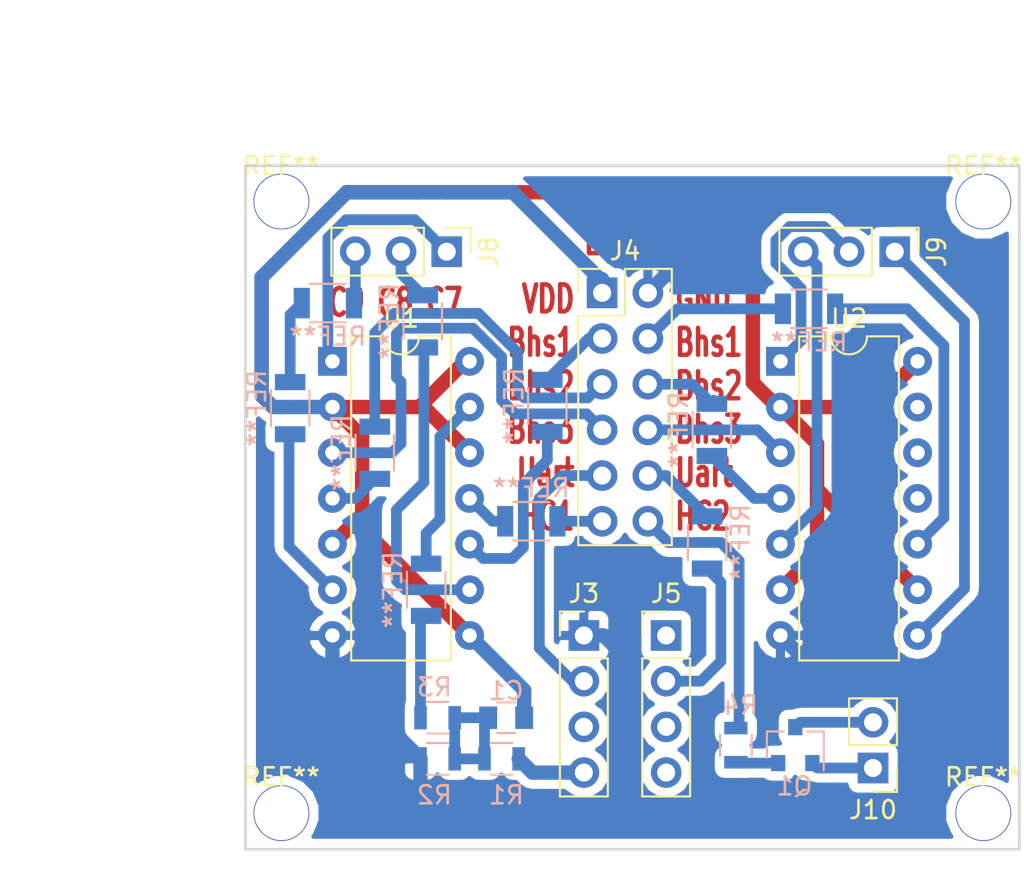
<source format=kicad_pcb>
(kicad_pcb (version 4) (host pcbnew 4.0.6-e0-6349~53~ubuntu16.04.1)

  (general
    (links 58)
    (no_connects 10)
    (area 96.11657 84.555 168.85943 138.105001)
    (thickness 1.6)
    (drawings 14)
    (tracks 214)
    (zones 0)
    (modules 28)
    (nets 32)
  )

  (page A4)
  (layers
    (0 F.Cu signal)
    (31 B.Cu signal)
    (32 B.Adhes user)
    (33 F.Adhes user)
    (34 B.Paste user)
    (35 F.Paste user)
    (36 B.SilkS user)
    (37 F.SilkS user)
    (38 B.Mask user)
    (39 F.Mask user)
    (40 Dwgs.User user)
    (41 Cmts.User user)
    (42 Eco1.User user)
    (43 Eco2.User user)
    (44 Edge.Cuts user)
    (45 Margin user)
    (46 B.CrtYd user)
    (47 F.CrtYd user)
    (48 B.Fab user)
    (49 F.Fab user)
  )

  (setup
    (last_trace_width 0.6)
    (trace_clearance 0.2)
    (zone_clearance 0.508)
    (zone_45_only no)
    (trace_min 0.2)
    (segment_width 0.2)
    (edge_width 0.15)
    (via_size 0.6)
    (via_drill 0.4)
    (via_min_size 0.4)
    (via_min_drill 0.3)
    (uvia_size 0.3)
    (uvia_drill 0.1)
    (uvias_allowed no)
    (uvia_min_size 0.2)
    (uvia_min_drill 0.1)
    (pcb_text_width 0.3)
    (pcb_text_size 1.5 1.5)
    (mod_edge_width 0.15)
    (mod_text_size 1 1)
    (mod_text_width 0.15)
    (pad_size 2 2)
    (pad_drill 0.8)
    (pad_to_mask_clearance 0.2)
    (aux_axis_origin 0 0)
    (grid_origin 110.988 93.255)
    (visible_elements FFFCFF7F)
    (pcbplotparams
      (layerselection 0x00000_00000001)
      (usegerberextensions false)
      (excludeedgelayer false)
      (linewidth 0.100000)
      (plotframeref false)
      (viasonmask false)
      (mode 1)
      (useauxorigin false)
      (hpglpennumber 1)
      (hpglpenspeed 20)
      (hpglpendiameter 15)
      (hpglpenoverlay 2)
      (psnegative false)
      (psa4output true)
      (plotreference false)
      (plotvalue false)
      (plotinvisibletext false)
      (padsonsilk true)
      (subtractmaskfromsilk false)
      (outputformat 2)
      (mirror true)
      (drillshape 2)
      (scaleselection 1)
      (outputdirectory PostScripts/))
  )

  (net 0 "")
  (net 1 VDD)
  (net 2 "Net-(C1-Pad2)")
  (net 3 "Net-(Q1-Pad2)")
  (net 4 "Net-(J10-Pad2)")
  (net 5 "Net-(J10-Pad1)")
  (net 6 +5V)
  (net 7 GND)
  (net 8 /TRG)
  (net 9 /HC2)
  (net 10 /UARTL)
  (net 11 /BHS1L)
  (net 12 /BHS1R)
  (net 13 /BHS2L)
  (net 14 /BHS2R)
  (net 15 /BHS3L)
  (net 16 /BHS3R)
  (net 17 /UARTR)
  (net 18 /HC1)
  (net 19 "Net-(J5-Pad3)")
  (net 20 /C7L)
  (net 21 /C8L)
  (net 22 /C9L)
  (net 23 /C7R)
  (net 24 /C8R)
  (net 25 /C9R)
  (net 26 "Net-(U2-Pad11)")
  (net 27 "Net-(U2-Pad12)")
  (net 28 "Net-(U2-Pad13)")
  (net 29 "Net-(J3-Pad3)")
  (net 30 "Net-(J5-Pad1)")
  (net 31 "Net-(J5-Pad4)")

  (net_class Default "This is the default net class."
    (clearance 0.2)
    (trace_width 0.6)
    (via_dia 0.6)
    (via_drill 0.4)
    (uvia_dia 0.3)
    (uvia_drill 0.1)
    (add_net /BHS1L)
    (add_net /BHS1R)
    (add_net /BHS2L)
    (add_net /BHS2R)
    (add_net /BHS3L)
    (add_net /BHS3R)
    (add_net /C7L)
    (add_net /C7R)
    (add_net /C8L)
    (add_net /C8R)
    (add_net /C9L)
    (add_net /C9R)
    (add_net /HC1)
    (add_net /HC2)
    (add_net /TRG)
    (add_net /UARTL)
    (add_net /UARTR)
    (add_net "Net-(C1-Pad2)")
    (add_net "Net-(J10-Pad1)")
    (add_net "Net-(J10-Pad2)")
    (add_net "Net-(J3-Pad3)")
    (add_net "Net-(J5-Pad1)")
    (add_net "Net-(J5-Pad3)")
    (add_net "Net-(J5-Pad4)")
    (add_net "Net-(Q1-Pad2)")
    (add_net "Net-(U2-Pad11)")
    (add_net "Net-(U2-Pad12)")
    (add_net "Net-(U2-Pad13)")
  )

  (net_class Alim ""
    (clearance 0.3)
    (trace_width 0.8)
    (via_dia 0.6)
    (via_drill 0.4)
    (uvia_dia 0.3)
    (uvia_drill 0.1)
    (add_net +5V)
    (add_net GND)
    (add_net VDD)
  )

  (module Measurement_Points:Measurement_Point_Round-SMD-Pad_Small (layer F.Cu) (tedit 595D08C9) (tstamp 595D08F7)
    (at 112.988 129.255)
    (descr "Mesurement Point, Round, SMD Pad, DM 1.5mm,")
    (tags "Mesurement Point Round SMD Pad 1.5mm")
    (attr virtual)
    (fp_text reference REF** (at 0 -2) (layer F.SilkS)
      (effects (font (size 1 1) (thickness 0.15)))
    )
    (fp_text value Measurement_Point_Round-SMD-Pad_Small (at 0 2) (layer F.Fab) hide
      (effects (font (size 1 1) (thickness 0.15)))
    )
    (fp_circle (center 0 0) (end 1 0) (layer F.CrtYd) (width 0.05))
    (pad 1 thru_hole circle (at 0 0) (size 3.1 3.1) (drill 3) (layers *.Cu *.Mask))
  )

  (module Measurement_Points:Measurement_Point_Round-SMD-Pad_Small (layer F.Cu) (tedit 595D08C9) (tstamp 595D08F2)
    (at 151.988 129.255)
    (descr "Mesurement Point, Round, SMD Pad, DM 1.5mm,")
    (tags "Mesurement Point Round SMD Pad 1.5mm")
    (attr virtual)
    (fp_text reference REF** (at 0 -2) (layer F.SilkS)
      (effects (font (size 1 1) (thickness 0.15)))
    )
    (fp_text value Measurement_Point_Round-SMD-Pad_Small (at 0 2) (layer F.Fab) hide
      (effects (font (size 1 1) (thickness 0.15)))
    )
    (fp_circle (center 0 0) (end 1 0) (layer F.CrtYd) (width 0.05))
    (pad 1 thru_hole circle (at 0 0) (size 3.1 3.1) (drill 3) (layers *.Cu *.Mask))
  )

  (module Measurement_Points:Measurement_Point_Round-SMD-Pad_Small (layer F.Cu) (tedit 595D08C9) (tstamp 595D08ED)
    (at 151.988 95.255)
    (descr "Mesurement Point, Round, SMD Pad, DM 1.5mm,")
    (tags "Mesurement Point Round SMD Pad 1.5mm")
    (attr virtual)
    (fp_text reference REF** (at 0 -2) (layer F.SilkS)
      (effects (font (size 1 1) (thickness 0.15)))
    )
    (fp_text value Measurement_Point_Round-SMD-Pad_Small (at 0 2) (layer F.Fab) hide
      (effects (font (size 1 1) (thickness 0.15)))
    )
    (fp_circle (center 0 0) (end 1 0) (layer F.CrtYd) (width 0.05))
    (pad 1 thru_hole circle (at 0 0) (size 3.1 3.1) (drill 3) (layers *.Cu *.Mask))
  )

  (module Resistors_SMD:R_1206 (layer B.Cu) (tedit 595D093F) (tstamp 595CFCFE)
    (at 136.642 114.21 90)
    (descr "Resistor SMD 1206, reflow soldering, Vishay (see dcrcw.pdf)")
    (tags "resistor 1206")
    (attr smd)
    (fp_text reference REF** (at 0 1.85 90) (layer B.SilkS)
      (effects (font (size 1 1) (thickness 0.15)) (justify mirror))
    )
    (fp_text value 0 (at -0.127 2.032 180) (layer B.Fab)
      (effects (font (size 1 1) (thickness 0.15)) (justify mirror))
    )
    (fp_text user %R (at 0 0 90) (layer B.Fab)
      (effects (font (size 0.7 0.7) (thickness 0.105)) (justify mirror))
    )
    (fp_line (start -1.6 -0.8) (end -1.6 0.8) (layer B.Fab) (width 0.1))
    (fp_line (start 1.6 -0.8) (end -1.6 -0.8) (layer B.Fab) (width 0.1))
    (fp_line (start 1.6 0.8) (end 1.6 -0.8) (layer B.Fab) (width 0.1))
    (fp_line (start -1.6 0.8) (end 1.6 0.8) (layer B.Fab) (width 0.1))
    (fp_line (start 1 -1.07) (end -1 -1.07) (layer B.SilkS) (width 0.12))
    (fp_line (start -1 1.07) (end 1 1.07) (layer B.SilkS) (width 0.12))
    (fp_line (start -2.15 1.11) (end 2.15 1.11) (layer B.CrtYd) (width 0.05))
    (fp_line (start -2.15 1.11) (end -2.15 -1.1) (layer B.CrtYd) (width 0.05))
    (fp_line (start 2.15 -1.1) (end 2.15 1.11) (layer B.CrtYd) (width 0.05))
    (fp_line (start 2.15 -1.1) (end -2.15 -1.1) (layer B.CrtYd) (width 0.05))
    (pad 1 smd rect (at -1.45 0 90) (size 0.9 1.7) (layers B.Cu B.Paste B.Mask)
      (net 17 /UARTR))
    (pad 2 smd rect (at 1.45 0 90) (size 0.9 1.7) (layers B.Cu B.Paste B.Mask)
      (net 17 /UARTR))
    (model ${KISYS3DMOD}/Resistors_SMD.3dshapes/R_1206.wrl
      (at (xyz 0 0 0))
      (scale (xyz 1 1 1))
      (rotate (xyz 0 0 0))
    )
  )

  (module Resistors_SMD:R_1206 (layer B.Cu) (tedit 595D09B3) (tstamp 595CEA6F)
    (at 121.031 116.84 270)
    (descr "Resistor SMD 1206, reflow soldering, Vishay (see dcrcw.pdf)")
    (tags "resistor 1206")
    (attr smd)
    (fp_text reference REF** (at 0 1.85 270) (layer B.SilkS)
      (effects (font (size 1 1) (thickness 0.15)) (justify mirror))
    )
    (fp_text value 0 (at 0.545 1.788 360) (layer B.Fab)
      (effects (font (size 1 1) (thickness 0.15)) (justify mirror))
    )
    (fp_text user %R (at 0 0 270) (layer B.Fab)
      (effects (font (size 0.7 0.7) (thickness 0.105)) (justify mirror))
    )
    (fp_line (start -1.6 -0.8) (end -1.6 0.8) (layer B.Fab) (width 0.1))
    (fp_line (start 1.6 -0.8) (end -1.6 -0.8) (layer B.Fab) (width 0.1))
    (fp_line (start 1.6 0.8) (end 1.6 -0.8) (layer B.Fab) (width 0.1))
    (fp_line (start -1.6 0.8) (end 1.6 0.8) (layer B.Fab) (width 0.1))
    (fp_line (start 1 -1.07) (end -1 -1.07) (layer B.SilkS) (width 0.12))
    (fp_line (start -1 1.07) (end 1 1.07) (layer B.SilkS) (width 0.12))
    (fp_line (start -2.15 1.11) (end 2.15 1.11) (layer B.CrtYd) (width 0.05))
    (fp_line (start -2.15 1.11) (end -2.15 -1.1) (layer B.CrtYd) (width 0.05))
    (fp_line (start 2.15 -1.1) (end 2.15 1.11) (layer B.CrtYd) (width 0.05))
    (fp_line (start 2.15 -1.1) (end -2.15 -1.1) (layer B.CrtYd) (width 0.05))
    (pad 1 smd rect (at -1.45 0 270) (size 0.9 1.7) (layers B.Cu B.Paste B.Mask)
      (net 8 /TRG))
    (pad 2 smd rect (at 1.45 0 270) (size 0.9 1.7) (layers B.Cu B.Paste B.Mask)
      (net 8 /TRG))
    (model ${KISYS3DMOD}/Resistors_SMD.3dshapes/R_1206.wrl
      (at (xyz 0 0 0))
      (scale (xyz 1 1 1))
      (rotate (xyz 0 0 0))
    )
  )

  (module Resistors_SMD:R_1206 (layer B.Cu) (tedit 595D09A3) (tstamp 595CE3C5)
    (at 118.1735 109.22 270)
    (descr "Resistor SMD 1206, reflow soldering, Vishay (see dcrcw.pdf)")
    (tags "resistor 1206")
    (attr smd)
    (fp_text reference REF** (at 0 1.85 270) (layer B.SilkS)
      (effects (font (size 1 1) (thickness 0.15)) (justify mirror))
    )
    (fp_text value 0 (at 0.037 -1.7045 360) (layer B.Fab)
      (effects (font (size 1 1) (thickness 0.15)) (justify mirror))
    )
    (fp_text user %R (at 0 0 270) (layer B.Fab)
      (effects (font (size 0.7 0.7) (thickness 0.105)) (justify mirror))
    )
    (fp_line (start -1.6 -0.8) (end -1.6 0.8) (layer B.Fab) (width 0.1))
    (fp_line (start 1.6 -0.8) (end -1.6 -0.8) (layer B.Fab) (width 0.1))
    (fp_line (start 1.6 0.8) (end 1.6 -0.8) (layer B.Fab) (width 0.1))
    (fp_line (start -1.6 0.8) (end 1.6 0.8) (layer B.Fab) (width 0.1))
    (fp_line (start 1 -1.07) (end -1 -1.07) (layer B.SilkS) (width 0.12))
    (fp_line (start -1 1.07) (end 1 1.07) (layer B.SilkS) (width 0.12))
    (fp_line (start -2.15 1.11) (end 2.15 1.11) (layer B.CrtYd) (width 0.05))
    (fp_line (start -2.15 1.11) (end -2.15 -1.1) (layer B.CrtYd) (width 0.05))
    (fp_line (start 2.15 -1.1) (end 2.15 1.11) (layer B.CrtYd) (width 0.05))
    (fp_line (start 2.15 -1.1) (end -2.15 -1.1) (layer B.CrtYd) (width 0.05))
    (pad 1 smd rect (at -1.45 0 270) (size 0.9 1.7) (layers B.Cu B.Paste B.Mask)
      (net 13 /BHS2L))
    (pad 2 smd rect (at 1.45 0 270) (size 0.9 1.7) (layers B.Cu B.Paste B.Mask)
      (net 13 /BHS2L))
    (model ${KISYS3DMOD}/Resistors_SMD.3dshapes/R_1206.wrl
      (at (xyz 0 0 0))
      (scale (xyz 1 1 1))
      (rotate (xyz 0 0 0))
    )
  )

  (module Resistors_SMD:R_1206 (layer B.Cu) (tedit 595D097B) (tstamp 595CE3B5)
    (at 115.57 100.9015)
    (descr "Resistor SMD 1206, reflow soldering, Vishay (see dcrcw.pdf)")
    (tags "resistor 1206")
    (attr smd)
    (fp_text reference REF** (at 0 1.85) (layer B.SilkS)
      (effects (font (size 1 1) (thickness 0.15)) (justify mirror))
    )
    (fp_text value 0 (at -1.153 -1.8045) (layer B.Fab)
      (effects (font (size 1 1) (thickness 0.15)) (justify mirror))
    )
    (fp_text user %R (at 0 0) (layer B.Fab)
      (effects (font (size 0.7 0.7) (thickness 0.105)) (justify mirror))
    )
    (fp_line (start -1.6 -0.8) (end -1.6 0.8) (layer B.Fab) (width 0.1))
    (fp_line (start 1.6 -0.8) (end -1.6 -0.8) (layer B.Fab) (width 0.1))
    (fp_line (start 1.6 0.8) (end 1.6 -0.8) (layer B.Fab) (width 0.1))
    (fp_line (start -1.6 0.8) (end 1.6 0.8) (layer B.Fab) (width 0.1))
    (fp_line (start 1 -1.07) (end -1 -1.07) (layer B.SilkS) (width 0.12))
    (fp_line (start -1 1.07) (end 1 1.07) (layer B.SilkS) (width 0.12))
    (fp_line (start -2.15 1.11) (end 2.15 1.11) (layer B.CrtYd) (width 0.05))
    (fp_line (start -2.15 1.11) (end -2.15 -1.1) (layer B.CrtYd) (width 0.05))
    (fp_line (start 2.15 -1.1) (end 2.15 1.11) (layer B.CrtYd) (width 0.05))
    (fp_line (start 2.15 -1.1) (end -2.15 -1.1) (layer B.CrtYd) (width 0.05))
    (pad 1 smd rect (at -1.45 0) (size 0.9 1.7) (layers B.Cu B.Paste B.Mask)
      (net 22 /C9L))
    (pad 2 smd rect (at 1.45 0) (size 0.9 1.7) (layers B.Cu B.Paste B.Mask)
      (net 22 /C9L))
    (model ${KISYS3DMOD}/Resistors_SMD.3dshapes/R_1206.wrl
      (at (xyz 0 0 0))
      (scale (xyz 1 1 1))
      (rotate (xyz 0 0 0))
    )
  )

  (module Resistors_SMD:R_1206 (layer B.Cu) (tedit 595D0970) (tstamp 595CE395)
    (at 142.3035 101.219)
    (descr "Resistor SMD 1206, reflow soldering, Vishay (see dcrcw.pdf)")
    (tags "resistor 1206")
    (attr smd)
    (fp_text reference REF** (at 0 1.85) (layer B.SilkS)
      (effects (font (size 1 1) (thickness 0.15)) (justify mirror))
    )
    (fp_text value 0 (at -2.7405 0.037) (layer B.Fab)
      (effects (font (size 1 1) (thickness 0.15)) (justify mirror))
    )
    (fp_text user %R (at 0 0) (layer B.Fab)
      (effects (font (size 0.7 0.7) (thickness 0.105)) (justify mirror))
    )
    (fp_line (start -1.6 -0.8) (end -1.6 0.8) (layer B.Fab) (width 0.1))
    (fp_line (start 1.6 -0.8) (end -1.6 -0.8) (layer B.Fab) (width 0.1))
    (fp_line (start 1.6 0.8) (end 1.6 -0.8) (layer B.Fab) (width 0.1))
    (fp_line (start -1.6 0.8) (end 1.6 0.8) (layer B.Fab) (width 0.1))
    (fp_line (start 1 -1.07) (end -1 -1.07) (layer B.SilkS) (width 0.12))
    (fp_line (start -1 1.07) (end 1 1.07) (layer B.SilkS) (width 0.12))
    (fp_line (start -2.15 1.11) (end 2.15 1.11) (layer B.CrtYd) (width 0.05))
    (fp_line (start -2.15 1.11) (end -2.15 -1.1) (layer B.CrtYd) (width 0.05))
    (fp_line (start 2.15 -1.1) (end 2.15 1.11) (layer B.CrtYd) (width 0.05))
    (fp_line (start 2.15 -1.1) (end -2.15 -1.1) (layer B.CrtYd) (width 0.05))
    (pad 1 smd rect (at -1.45 0) (size 0.9 1.7) (layers B.Cu B.Paste B.Mask)
      (net 12 /BHS1R))
    (pad 2 smd rect (at 1.45 0) (size 0.9 1.7) (layers B.Cu B.Paste B.Mask)
      (net 12 /BHS1R))
    (model ${KISYS3DMOD}/Resistors_SMD.3dshapes/R_1206.wrl
      (at (xyz 0 0 0))
      (scale (xyz 1 1 1))
      (rotate (xyz 0 0 0))
    )
  )

  (module Resistors_SMD:R_1206 (layer B.Cu) (tedit 595D0996) (tstamp 595CE375)
    (at 113.4745 106.7435 270)
    (descr "Resistor SMD 1206, reflow soldering, Vishay (see dcrcw.pdf)")
    (tags "resistor 1206")
    (attr smd)
    (fp_text reference REF** (at 0 1.85 270) (layer B.SilkS)
      (effects (font (size 1 1) (thickness 0.15)) (justify mirror))
    )
    (fp_text value 0 (at -2.9475 0.0735 360) (layer B.Fab)
      (effects (font (size 1 1) (thickness 0.15)) (justify mirror))
    )
    (fp_text user %R (at 0 0 270) (layer B.Fab)
      (effects (font (size 0.7 0.7) (thickness 0.105)) (justify mirror))
    )
    (fp_line (start -1.6 -0.8) (end -1.6 0.8) (layer B.Fab) (width 0.1))
    (fp_line (start 1.6 -0.8) (end -1.6 -0.8) (layer B.Fab) (width 0.1))
    (fp_line (start 1.6 0.8) (end 1.6 -0.8) (layer B.Fab) (width 0.1))
    (fp_line (start -1.6 0.8) (end 1.6 0.8) (layer B.Fab) (width 0.1))
    (fp_line (start 1 -1.07) (end -1 -1.07) (layer B.SilkS) (width 0.12))
    (fp_line (start -1 1.07) (end 1 1.07) (layer B.SilkS) (width 0.12))
    (fp_line (start -2.15 1.11) (end 2.15 1.11) (layer B.CrtYd) (width 0.05))
    (fp_line (start -2.15 1.11) (end -2.15 -1.1) (layer B.CrtYd) (width 0.05))
    (fp_line (start 2.15 -1.1) (end 2.15 1.11) (layer B.CrtYd) (width 0.05))
    (fp_line (start 2.15 -1.1) (end -2.15 -1.1) (layer B.CrtYd) (width 0.05))
    (pad 1 smd rect (at -1.45 0 270) (size 0.9 1.7) (layers B.Cu B.Paste B.Mask)
      (net 22 /C9L))
    (pad 2 smd rect (at 1.45 0 270) (size 0.9 1.7) (layers B.Cu B.Paste B.Mask)
      (net 22 /C9L))
    (model ${KISYS3DMOD}/Resistors_SMD.3dshapes/R_1206.wrl
      (at (xyz 0 0 0))
      (scale (xyz 1 1 1))
      (rotate (xyz 0 0 0))
    )
  )

  (module Resistors_SMD:R_1206 (layer B.Cu) (tedit 595D0981) (tstamp 595CE355)
    (at 120.8405 101.9175 270)
    (descr "Resistor SMD 1206, reflow soldering, Vishay (see dcrcw.pdf)")
    (tags "resistor 1206")
    (attr smd)
    (fp_text reference REF** (at 0 1.85 270) (layer B.SilkS)
      (effects (font (size 1 1) (thickness 0.15)) (justify mirror))
    )
    (fp_text value 0 (at 0 -1.95 360) (layer B.Fab)
      (effects (font (size 1 1) (thickness 0.15)) (justify mirror))
    )
    (fp_text user %R (at 0 0 270) (layer B.Fab)
      (effects (font (size 0.7 0.7) (thickness 0.105)) (justify mirror))
    )
    (fp_line (start -1.6 -0.8) (end -1.6 0.8) (layer B.Fab) (width 0.1))
    (fp_line (start 1.6 -0.8) (end -1.6 -0.8) (layer B.Fab) (width 0.1))
    (fp_line (start 1.6 0.8) (end 1.6 -0.8) (layer B.Fab) (width 0.1))
    (fp_line (start -1.6 0.8) (end 1.6 0.8) (layer B.Fab) (width 0.1))
    (fp_line (start 1 -1.07) (end -1 -1.07) (layer B.SilkS) (width 0.12))
    (fp_line (start -1 1.07) (end 1 1.07) (layer B.SilkS) (width 0.12))
    (fp_line (start -2.15 1.11) (end 2.15 1.11) (layer B.CrtYd) (width 0.05))
    (fp_line (start -2.15 1.11) (end -2.15 -1.1) (layer B.CrtYd) (width 0.05))
    (fp_line (start 2.15 -1.1) (end 2.15 1.11) (layer B.CrtYd) (width 0.05))
    (fp_line (start 2.15 -1.1) (end -2.15 -1.1) (layer B.CrtYd) (width 0.05))
    (pad 1 smd rect (at -1.45 0 270) (size 0.9 1.7) (layers B.Cu B.Paste B.Mask)
      (net 21 /C8L))
    (pad 2 smd rect (at 1.45 0 270) (size 0.9 1.7) (layers B.Cu B.Paste B.Mask)
      (net 21 /C8L))
    (model ${KISYS3DMOD}/Resistors_SMD.3dshapes/R_1206.wrl
      (at (xyz 0 0 0))
      (scale (xyz 1 1 1))
      (rotate (xyz 0 0 0))
    )
  )

  (module Resistors_SMD:R_1206 (layer B.Cu) (tedit 595D086F) (tstamp 595CE2E4)
    (at 126.873 113.03 180)
    (descr "Resistor SMD 1206, reflow soldering, Vishay (see dcrcw.pdf)")
    (tags "resistor 1206")
    (attr smd)
    (fp_text reference REF** (at 0 1.85 180) (layer B.SilkS)
      (effects (font (size 1 1) (thickness 0.15)) (justify mirror))
    )
    (fp_text value 0 (at 0 -1.95 180) (layer B.Fab)
      (effects (font (size 1 1) (thickness 0.15)) (justify mirror))
    )
    (fp_text user %R (at 0 0 180) (layer B.Fab)
      (effects (font (size 0.7 0.7) (thickness 0.105)) (justify mirror))
    )
    (fp_line (start -1.6 -0.8) (end -1.6 0.8) (layer B.Fab) (width 0.1))
    (fp_line (start 1.6 -0.8) (end -1.6 -0.8) (layer B.Fab) (width 0.1))
    (fp_line (start 1.6 0.8) (end 1.6 -0.8) (layer B.Fab) (width 0.1))
    (fp_line (start -1.6 0.8) (end 1.6 0.8) (layer B.Fab) (width 0.1))
    (fp_line (start 1 -1.07) (end -1 -1.07) (layer B.SilkS) (width 0.12))
    (fp_line (start -1 1.07) (end 1 1.07) (layer B.SilkS) (width 0.12))
    (fp_line (start -2.15 1.11) (end 2.15 1.11) (layer B.CrtYd) (width 0.05))
    (fp_line (start -2.15 1.11) (end -2.15 -1.1) (layer B.CrtYd) (width 0.05))
    (fp_line (start 2.15 -1.1) (end 2.15 1.11) (layer B.CrtYd) (width 0.05))
    (fp_line (start 2.15 -1.1) (end -2.15 -1.1) (layer B.CrtYd) (width 0.05))
    (pad 1 smd rect (at -1.45 0 180) (size 0.9 1.7) (layers B.Cu B.Paste B.Mask)
      (net 18 /HC1))
    (pad 2 smd rect (at 1.45 0 180) (size 0.9 1.7) (layers B.Cu B.Paste B.Mask)
      (net 18 /HC1))
    (model ${KISYS3DMOD}/Resistors_SMD.3dshapes/R_1206.wrl
      (at (xyz 0 0 0))
      (scale (xyz 1 1 1))
      (rotate (xyz 0 0 0))
    )
  )

  (module Resistors_SMD:R_1206 (layer B.Cu) (tedit 595D095C) (tstamp 595CE017)
    (at 127.762 106.6165 270)
    (descr "Resistor SMD 1206, reflow soldering, Vishay (see dcrcw.pdf)")
    (tags "resistor 1206")
    (attr smd)
    (fp_text reference REF** (at 0 1.85 270) (layer B.SilkS)
      (effects (font (size 1 1) (thickness 0.15)) (justify mirror))
    )
    (fp_text value 0 (at 0.1005 1.915 360) (layer B.Fab)
      (effects (font (size 1 1) (thickness 0.15)) (justify mirror))
    )
    (fp_text user %R (at 0 0 270) (layer B.Fab)
      (effects (font (size 0.7 0.7) (thickness 0.105)) (justify mirror))
    )
    (fp_line (start -1.6 -0.8) (end -1.6 0.8) (layer B.Fab) (width 0.1))
    (fp_line (start 1.6 -0.8) (end -1.6 -0.8) (layer B.Fab) (width 0.1))
    (fp_line (start 1.6 0.8) (end 1.6 -0.8) (layer B.Fab) (width 0.1))
    (fp_line (start -1.6 0.8) (end 1.6 0.8) (layer B.Fab) (width 0.1))
    (fp_line (start 1 -1.07) (end -1 -1.07) (layer B.SilkS) (width 0.12))
    (fp_line (start -1 1.07) (end 1 1.07) (layer B.SilkS) (width 0.12))
    (fp_line (start -2.15 1.11) (end 2.15 1.11) (layer B.CrtYd) (width 0.05))
    (fp_line (start -2.15 1.11) (end -2.15 -1.1) (layer B.CrtYd) (width 0.05))
    (fp_line (start 2.15 -1.1) (end 2.15 1.11) (layer B.CrtYd) (width 0.05))
    (fp_line (start 2.15 -1.1) (end -2.15 -1.1) (layer B.CrtYd) (width 0.05))
    (pad 1 smd rect (at -1.45 0 270) (size 0.9 1.7) (layers B.Cu B.Paste B.Mask)
      (net 11 /BHS1L))
    (pad 2 smd rect (at 1.45 0 270) (size 0.9 1.7) (layers B.Cu B.Paste B.Mask)
      (net 11 /BHS1L))
    (model ${KISYS3DMOD}/Resistors_SMD.3dshapes/R_1206.wrl
      (at (xyz 0 0 0))
      (scale (xyz 1 1 1))
      (rotate (xyz 0 0 0))
    )
  )

  (module Pin_Headers:Pin_Header_Straight_1x04_Pitch2.54mm (layer F.Cu) (tedit 595CC923) (tstamp 595CBF7B)
    (at 134.366 119.38)
    (descr "Through hole straight pin header, 1x04, 2.54mm pitch, single row")
    (tags "Through hole pin header THT 1x04 2.54mm single row")
    (path /595B5331)
    (fp_text reference J5 (at 0 -2.33) (layer F.SilkS)
      (effects (font (size 1 1) (thickness 0.15)))
    )
    (fp_text value "JST VH B4P" (at 2.286 10.414) (layer F.Fab)
      (effects (font (size 1 1) (thickness 0.15)))
    )
    (fp_line (start -1.27 -1.27) (end -1.27 8.89) (layer F.Fab) (width 0.1))
    (fp_line (start -1.27 8.89) (end 1.27 8.89) (layer F.Fab) (width 0.1))
    (fp_line (start 1.27 8.89) (end 1.27 -1.27) (layer F.Fab) (width 0.1))
    (fp_line (start 1.27 -1.27) (end -1.27 -1.27) (layer F.Fab) (width 0.1))
    (fp_line (start -1.33 1.27) (end -1.33 8.95) (layer F.SilkS) (width 0.12))
    (fp_line (start -1.33 8.95) (end 1.33 8.95) (layer F.SilkS) (width 0.12))
    (fp_line (start 1.33 8.95) (end 1.33 1.27) (layer F.SilkS) (width 0.12))
    (fp_line (start 1.33 1.27) (end -1.33 1.27) (layer F.SilkS) (width 0.12))
    (fp_line (start -1.33 0) (end -1.33 -1.33) (layer F.SilkS) (width 0.12))
    (fp_line (start -1.33 -1.33) (end 0 -1.33) (layer F.SilkS) (width 0.12))
    (fp_line (start -1.8 -1.8) (end -1.8 9.4) (layer F.CrtYd) (width 0.05))
    (fp_line (start -1.8 9.4) (end 1.8 9.4) (layer F.CrtYd) (width 0.05))
    (fp_line (start 1.8 9.4) (end 1.8 -1.8) (layer F.CrtYd) (width 0.05))
    (fp_line (start 1.8 -1.8) (end -1.8 -1.8) (layer F.CrtYd) (width 0.05))
    (fp_text user %R (at 0 -2.33) (layer F.Fab)
      (effects (font (size 1 1) (thickness 0.15)))
    )
    (pad 1 thru_hole rect (at 0 0) (size 1.7 1.7) (drill 1) (layers *.Cu *.Mask)
      (net 30 "Net-(J5-Pad1)"))
    (pad 2 thru_hole oval (at 0 2.54) (size 1.7 1.7) (drill 1) (layers *.Cu *.Mask)
      (net 17 /UARTR))
    (pad 3 thru_hole oval (at 0 5.08) (size 1.7 1.7) (drill 1) (layers *.Cu *.Mask)
      (net 19 "Net-(J5-Pad3)"))
    (pad 4 thru_hole oval (at 0 7.62) (size 1.7 1.7) (drill 1) (layers *.Cu *.Mask)
      (net 31 "Net-(J5-Pad4)"))
    (model ${KISYS3DMOD}/Pin_Headers.3dshapes/Pin_Header_Straight_1x04_Pitch2.54mm.wrl
      (at (xyz 0 -0.15 0))
      (scale (xyz 1 1 1))
      (rotate (xyz 0 0 90))
    )
  )

  (module Capacitors_SMD:C_0805 (layer B.Cu) (tedit 595D09CE) (tstamp 595BA1E5)
    (at 125.476 123.952 180)
    (descr "Capacitor SMD 0805, reflow soldering, AVX (see smccp.pdf)")
    (tags "capacitor 0805")
    (path /595B6AF4)
    (attr smd)
    (fp_text reference C1 (at 0 1.5 180) (layer B.SilkS)
      (effects (font (size 1 1) (thickness 0.15)) (justify mirror))
    )
    (fp_text value 10nF (at 0.01 1.741 180) (layer B.Fab)
      (effects (font (size 1 1) (thickness 0.15)) (justify mirror))
    )
    (fp_text user %R (at 0 0 180) (layer B.Fab)
      (effects (font (size 0.5 0.5) (thickness 0.075)) (justify mirror))
    )
    (fp_line (start -1 -0.62) (end -1 0.62) (layer B.Fab) (width 0.1))
    (fp_line (start 1 -0.62) (end -1 -0.62) (layer B.Fab) (width 0.1))
    (fp_line (start 1 0.62) (end 1 -0.62) (layer B.Fab) (width 0.1))
    (fp_line (start -1 0.62) (end 1 0.62) (layer B.Fab) (width 0.1))
    (fp_line (start 0.5 0.85) (end -0.5 0.85) (layer B.SilkS) (width 0.12))
    (fp_line (start -0.5 -0.85) (end 0.5 -0.85) (layer B.SilkS) (width 0.12))
    (fp_line (start -1.75 0.88) (end 1.75 0.88) (layer B.CrtYd) (width 0.05))
    (fp_line (start -1.75 0.88) (end -1.75 -0.87) (layer B.CrtYd) (width 0.05))
    (fp_line (start 1.75 -0.87) (end 1.75 0.88) (layer B.CrtYd) (width 0.05))
    (fp_line (start 1.75 -0.87) (end -1.75 -0.87) (layer B.CrtYd) (width 0.05))
    (pad 1 smd rect (at -1 0 180) (size 1 1.25) (layers B.Cu B.Paste B.Mask)
      (net 1 VDD))
    (pad 2 smd rect (at 1 0 180) (size 1 1.25) (layers B.Cu B.Paste B.Mask)
      (net 2 "Net-(C1-Pad2)"))
    (model Capacitors_SMD.3dshapes/C_0805.wrl
      (at (xyz 0 0 0))
      (scale (xyz 1 1 1))
      (rotate (xyz 0 0 0))
    )
  )

  (module Resistors_SMD:R_0805 (layer B.Cu) (tedit 595D0C6E) (tstamp 595BA1F2)
    (at 125.222 126.238 180)
    (descr "Resistor SMD 0805, reflow soldering, Vishay (see dcrcw.pdf)")
    (tags "resistor 0805")
    (path /595B642F)
    (attr smd)
    (fp_text reference R1 (at -0.266 -2.017 180) (layer B.SilkS)
      (effects (font (size 1 1) (thickness 0.15)) (justify mirror))
    )
    (fp_text value 39K (at 0 -1.75 180) (layer B.Fab)
      (effects (font (size 1 1) (thickness 0.15)) (justify mirror))
    )
    (fp_text user %R (at 0 0 180) (layer B.Fab)
      (effects (font (size 0.5 0.5) (thickness 0.075)) (justify mirror))
    )
    (fp_line (start -1 -0.62) (end -1 0.62) (layer B.Fab) (width 0.1))
    (fp_line (start 1 -0.62) (end -1 -0.62) (layer B.Fab) (width 0.1))
    (fp_line (start 1 0.62) (end 1 -0.62) (layer B.Fab) (width 0.1))
    (fp_line (start -1 0.62) (end 1 0.62) (layer B.Fab) (width 0.1))
    (fp_line (start 0.6 -0.88) (end -0.6 -0.88) (layer B.SilkS) (width 0.12))
    (fp_line (start -0.6 0.88) (end 0.6 0.88) (layer B.SilkS) (width 0.12))
    (fp_line (start -1.55 0.9) (end 1.55 0.9) (layer B.CrtYd) (width 0.05))
    (fp_line (start -1.55 0.9) (end -1.55 -0.9) (layer B.CrtYd) (width 0.05))
    (fp_line (start 1.55 -0.9) (end 1.55 0.9) (layer B.CrtYd) (width 0.05))
    (fp_line (start 1.55 -0.9) (end -1.55 -0.9) (layer B.CrtYd) (width 0.05))
    (pad 1 smd rect (at -0.95 0 180) (size 0.7 1.3) (layers B.Cu B.Paste B.Mask)
      (net 6 +5V))
    (pad 2 smd rect (at 0.95 0 180) (size 0.7 1.3) (layers B.Cu B.Paste B.Mask)
      (net 2 "Net-(C1-Pad2)"))
    (model ${KISYS3DMOD}/Resistors_SMD.3dshapes/R_0805.wrl
      (at (xyz 0 0 0))
      (scale (xyz 1 1 1))
      (rotate (xyz 0 0 0))
    )
  )

  (module Resistors_SMD:R_0805 (layer B.Cu) (tedit 595D0C69) (tstamp 595BA1F8)
    (at 121.666 126.238 180)
    (descr "Resistor SMD 0805, reflow soldering, Vishay (see dcrcw.pdf)")
    (tags "resistor 0805")
    (path /595B64BC)
    (attr smd)
    (fp_text reference R2 (at 0.178 -2.017 180) (layer B.SilkS)
      (effects (font (size 1 1) (thickness 0.15)) (justify mirror))
    )
    (fp_text value 10K (at 0 -1.75 180) (layer B.Fab)
      (effects (font (size 1 1) (thickness 0.15)) (justify mirror))
    )
    (fp_text user %R (at 0 0 180) (layer B.Fab)
      (effects (font (size 0.5 0.5) (thickness 0.075)) (justify mirror))
    )
    (fp_line (start -1 -0.62) (end -1 0.62) (layer B.Fab) (width 0.1))
    (fp_line (start 1 -0.62) (end -1 -0.62) (layer B.Fab) (width 0.1))
    (fp_line (start 1 0.62) (end 1 -0.62) (layer B.Fab) (width 0.1))
    (fp_line (start -1 0.62) (end 1 0.62) (layer B.Fab) (width 0.1))
    (fp_line (start 0.6 -0.88) (end -0.6 -0.88) (layer B.SilkS) (width 0.12))
    (fp_line (start -0.6 0.88) (end 0.6 0.88) (layer B.SilkS) (width 0.12))
    (fp_line (start -1.55 0.9) (end 1.55 0.9) (layer B.CrtYd) (width 0.05))
    (fp_line (start -1.55 0.9) (end -1.55 -0.9) (layer B.CrtYd) (width 0.05))
    (fp_line (start 1.55 -0.9) (end 1.55 0.9) (layer B.CrtYd) (width 0.05))
    (fp_line (start 1.55 -0.9) (end -1.55 -0.9) (layer B.CrtYd) (width 0.05))
    (pad 1 smd rect (at -0.95 0 180) (size 0.7 1.3) (layers B.Cu B.Paste B.Mask)
      (net 2 "Net-(C1-Pad2)"))
    (pad 2 smd rect (at 0.95 0 180) (size 0.7 1.3) (layers B.Cu B.Paste B.Mask)
      (net 7 GND))
    (model ${KISYS3DMOD}/Resistors_SMD.3dshapes/R_0805.wrl
      (at (xyz 0 0 0))
      (scale (xyz 1 1 1))
      (rotate (xyz 0 0 0))
    )
  )

  (module Resistors_SMD:R_0805 (layer B.Cu) (tedit 595D0C6C) (tstamp 595BA1FE)
    (at 121.666 123.952)
    (descr "Resistor SMD 0805, reflow soldering, Vishay (see dcrcw.pdf)")
    (tags "resistor 0805")
    (path /595BB6F2)
    (attr smd)
    (fp_text reference R3 (at -0.178 -1.697) (layer B.SilkS)
      (effects (font (size 1 1) (thickness 0.15)) (justify mirror))
    )
    (fp_text value 220 (at 0 -1.75) (layer B.Fab)
      (effects (font (size 1 1) (thickness 0.15)) (justify mirror))
    )
    (fp_text user %R (at 0 0) (layer B.Fab)
      (effects (font (size 0.5 0.5) (thickness 0.075)) (justify mirror))
    )
    (fp_line (start -1 -0.62) (end -1 0.62) (layer B.Fab) (width 0.1))
    (fp_line (start 1 -0.62) (end -1 -0.62) (layer B.Fab) (width 0.1))
    (fp_line (start 1 0.62) (end 1 -0.62) (layer B.Fab) (width 0.1))
    (fp_line (start -1 0.62) (end 1 0.62) (layer B.Fab) (width 0.1))
    (fp_line (start 0.6 -0.88) (end -0.6 -0.88) (layer B.SilkS) (width 0.12))
    (fp_line (start -0.6 0.88) (end 0.6 0.88) (layer B.SilkS) (width 0.12))
    (fp_line (start -1.55 0.9) (end 1.55 0.9) (layer B.CrtYd) (width 0.05))
    (fp_line (start -1.55 0.9) (end -1.55 -0.9) (layer B.CrtYd) (width 0.05))
    (fp_line (start 1.55 -0.9) (end 1.55 0.9) (layer B.CrtYd) (width 0.05))
    (fp_line (start 1.55 -0.9) (end -1.55 -0.9) (layer B.CrtYd) (width 0.05))
    (pad 1 smd rect (at -0.95 0) (size 0.7 1.3) (layers B.Cu B.Paste B.Mask)
      (net 8 /TRG))
    (pad 2 smd rect (at 0.95 0) (size 0.7 1.3) (layers B.Cu B.Paste B.Mask)
      (net 2 "Net-(C1-Pad2)"))
    (model ${KISYS3DMOD}/Resistors_SMD.3dshapes/R_0805.wrl
      (at (xyz 0 0 0))
      (scale (xyz 1 1 1))
      (rotate (xyz 0 0 0))
    )
  )

  (module Resistors_SMD:R_0805 (layer B.Cu) (tedit 595D0C60) (tstamp 595BA204)
    (at 138.2395 125.476 90)
    (descr "Resistor SMD 0805, reflow soldering, Vishay (see dcrcw.pdf)")
    (tags "resistor 0805")
    (path /595BE299)
    (attr smd)
    (fp_text reference R4 (at 2.221 0.2485 180) (layer B.SilkS)
      (effects (font (size 1 1) (thickness 0.15)) (justify mirror))
    )
    (fp_text value 10K (at 1.995 -0.0735 180) (layer B.Fab)
      (effects (font (size 1 1) (thickness 0.15)) (justify mirror))
    )
    (fp_text user %R (at 0 0 90) (layer B.Fab)
      (effects (font (size 0.5 0.5) (thickness 0.075)) (justify mirror))
    )
    (fp_line (start -1 -0.62) (end -1 0.62) (layer B.Fab) (width 0.1))
    (fp_line (start 1 -0.62) (end -1 -0.62) (layer B.Fab) (width 0.1))
    (fp_line (start 1 0.62) (end 1 -0.62) (layer B.Fab) (width 0.1))
    (fp_line (start -1 0.62) (end 1 0.62) (layer B.Fab) (width 0.1))
    (fp_line (start 0.6 -0.88) (end -0.6 -0.88) (layer B.SilkS) (width 0.12))
    (fp_line (start -0.6 0.88) (end 0.6 0.88) (layer B.SilkS) (width 0.12))
    (fp_line (start -1.55 0.9) (end 1.55 0.9) (layer B.CrtYd) (width 0.05))
    (fp_line (start -1.55 0.9) (end -1.55 -0.9) (layer B.CrtYd) (width 0.05))
    (fp_line (start 1.55 -0.9) (end 1.55 0.9) (layer B.CrtYd) (width 0.05))
    (fp_line (start 1.55 -0.9) (end -1.55 -0.9) (layer B.CrtYd) (width 0.05))
    (pad 1 smd rect (at -0.95 0 90) (size 0.7 1.3) (layers B.Cu B.Paste B.Mask)
      (net 3 "Net-(Q1-Pad2)"))
    (pad 2 smd rect (at 0.95 0 90) (size 0.7 1.3) (layers B.Cu B.Paste B.Mask)
      (net 9 /HC2))
    (model ${KISYS3DMOD}/Resistors_SMD.3dshapes/R_0805.wrl
      (at (xyz 0 0 0))
      (scale (xyz 1 1 1))
      (rotate (xyz 0 0 0))
    )
  )

  (module Pin_Headers:Pin_Header_Straight_2x06_Pitch2.54mm (layer F.Cu) (tedit 595CC930) (tstamp 595BA27D)
    (at 130.81 100.33)
    (descr "Through hole straight pin header, 2x06, 2.54mm pitch, double rows")
    (tags "Through hole pin header THT 2x06 2.54mm double row")
    (path /595B9568)
    (fp_text reference J4 (at 1.27 -2.33) (layer F.SilkS)
      (effects (font (size 1 1) (thickness 0.15)))
    )
    (fp_text value "Pin Header 2X6" (at 1.27 14.732) (layer F.Fab)
      (effects (font (size 1 1) (thickness 0.15)))
    )
    (fp_line (start -1.27 -1.27) (end -1.27 13.97) (layer F.Fab) (width 0.1))
    (fp_line (start -1.27 13.97) (end 3.81 13.97) (layer F.Fab) (width 0.1))
    (fp_line (start 3.81 13.97) (end 3.81 -1.27) (layer F.Fab) (width 0.1))
    (fp_line (start 3.81 -1.27) (end -1.27 -1.27) (layer F.Fab) (width 0.1))
    (fp_line (start -1.33 1.27) (end -1.33 14.03) (layer F.SilkS) (width 0.12))
    (fp_line (start -1.33 14.03) (end 3.87 14.03) (layer F.SilkS) (width 0.12))
    (fp_line (start 3.87 14.03) (end 3.87 -1.33) (layer F.SilkS) (width 0.12))
    (fp_line (start 3.87 -1.33) (end 1.27 -1.33) (layer F.SilkS) (width 0.12))
    (fp_line (start 1.27 -1.33) (end 1.27 1.27) (layer F.SilkS) (width 0.12))
    (fp_line (start 1.27 1.27) (end -1.33 1.27) (layer F.SilkS) (width 0.12))
    (fp_line (start -1.33 0) (end -1.33 -1.33) (layer F.SilkS) (width 0.12))
    (fp_line (start -1.33 -1.33) (end 0 -1.33) (layer F.SilkS) (width 0.12))
    (fp_line (start -1.8 -1.8) (end -1.8 14.5) (layer F.CrtYd) (width 0.05))
    (fp_line (start -1.8 14.5) (end 4.35 14.5) (layer F.CrtYd) (width 0.05))
    (fp_line (start 4.35 14.5) (end 4.35 -1.8) (layer F.CrtYd) (width 0.05))
    (fp_line (start 4.35 -1.8) (end -1.8 -1.8) (layer F.CrtYd) (width 0.05))
    (fp_text user %R (at 1.27 -2.33) (layer F.Fab)
      (effects (font (size 1 1) (thickness 0.15)))
    )
    (pad 1 thru_hole rect (at 0 0) (size 1.7 1.7) (drill 1) (layers *.Cu *.Mask)
      (net 1 VDD))
    (pad 2 thru_hole oval (at 2.54 0) (size 1.7 1.7) (drill 1) (layers *.Cu *.Mask)
      (net 7 GND))
    (pad 3 thru_hole oval (at 0 2.54) (size 1.7 1.7) (drill 1) (layers *.Cu *.Mask)
      (net 11 /BHS1L))
    (pad 4 thru_hole oval (at 2.54 2.54) (size 1.7 1.7) (drill 1) (layers *.Cu *.Mask)
      (net 12 /BHS1R))
    (pad 5 thru_hole oval (at 0 5.08) (size 1.7 1.7) (drill 1) (layers *.Cu *.Mask)
      (net 13 /BHS2L))
    (pad 6 thru_hole oval (at 2.54 5.08) (size 1.7 1.7) (drill 1) (layers *.Cu *.Mask)
      (net 14 /BHS2R))
    (pad 7 thru_hole oval (at 0 7.62) (size 1.7 1.7) (drill 1) (layers *.Cu *.Mask)
      (net 15 /BHS3L))
    (pad 8 thru_hole oval (at 2.54 7.62) (size 1.7 1.7) (drill 1) (layers *.Cu *.Mask)
      (net 16 /BHS3R))
    (pad 9 thru_hole oval (at 0 10.16) (size 1.7 1.7) (drill 1) (layers *.Cu *.Mask)
      (net 10 /UARTL))
    (pad 10 thru_hole oval (at 2.54 10.16) (size 1.7 1.7) (drill 1) (layers *.Cu *.Mask)
      (net 17 /UARTR))
    (pad 11 thru_hole oval (at 0 12.7) (size 1.7 1.7) (drill 1) (layers *.Cu *.Mask)
      (net 18 /HC1))
    (pad 12 thru_hole oval (at 2.54 12.7) (size 1.7 1.7) (drill 1) (layers *.Cu *.Mask)
      (net 9 /HC2))
    (model ${KISYS3DMOD}/Pin_Headers.3dshapes/Pin_Header_Straight_2x06_Pitch2.54mm.wrl
      (at (xyz 0.05 -0.25 0))
      (scale (xyz 1 1 1))
      (rotate (xyz 0 0 90))
    )
  )

  (module Pin_Headers:Pin_Header_Straight_1x03_Pitch2.54mm (layer F.Cu) (tedit 595D090B) (tstamp 595BA294)
    (at 122.174 98.044 270)
    (descr "Through hole straight pin header, 1x03, 2.54mm pitch, single row")
    (tags "Through hole pin header THT 1x03 2.54mm single row")
    (path /595B7355)
    (fp_text reference J8 (at 0 -2.33 270) (layer F.SilkS)
      (effects (font (size 1 1) (thickness 0.15)))
    )
    (fp_text value "JST VH B3P" (at -2.54 2.54 360) (layer F.Fab)
      (effects (font (size 1 1) (thickness 0.15)))
    )
    (fp_line (start -1.27 -1.27) (end -1.27 6.35) (layer F.Fab) (width 0.1))
    (fp_line (start -1.27 6.35) (end 1.27 6.35) (layer F.Fab) (width 0.1))
    (fp_line (start 1.27 6.35) (end 1.27 -1.27) (layer F.Fab) (width 0.1))
    (fp_line (start 1.27 -1.27) (end -1.27 -1.27) (layer F.Fab) (width 0.1))
    (fp_line (start -1.33 1.27) (end -1.33 6.41) (layer F.SilkS) (width 0.12))
    (fp_line (start -1.33 6.41) (end 1.33 6.41) (layer F.SilkS) (width 0.12))
    (fp_line (start 1.33 6.41) (end 1.33 1.27) (layer F.SilkS) (width 0.12))
    (fp_line (start 1.33 1.27) (end -1.33 1.27) (layer F.SilkS) (width 0.12))
    (fp_line (start -1.33 0) (end -1.33 -1.33) (layer F.SilkS) (width 0.12))
    (fp_line (start -1.33 -1.33) (end 0 -1.33) (layer F.SilkS) (width 0.12))
    (fp_line (start -1.8 -1.8) (end -1.8 6.85) (layer F.CrtYd) (width 0.05))
    (fp_line (start -1.8 6.85) (end 1.8 6.85) (layer F.CrtYd) (width 0.05))
    (fp_line (start 1.8 6.85) (end 1.8 -1.8) (layer F.CrtYd) (width 0.05))
    (fp_line (start 1.8 -1.8) (end -1.8 -1.8) (layer F.CrtYd) (width 0.05))
    (fp_text user %R (at 0 -2.33 360) (layer F.Fab)
      (effects (font (size 1 1) (thickness 0.15)))
    )
    (pad 1 thru_hole rect (at 0 0 270) (size 1.7 1.7) (drill 1) (layers *.Cu *.Mask)
      (net 20 /C7L))
    (pad 2 thru_hole oval (at 0 2.54 270) (size 1.7 1.7) (drill 1) (layers *.Cu *.Mask)
      (net 21 /C8L))
    (pad 3 thru_hole oval (at 0 5.08 270) (size 1.7 1.7) (drill 1) (layers *.Cu *.Mask)
      (net 22 /C9L))
    (model ${KISYS3DMOD}/Pin_Headers.3dshapes/Pin_Header_Straight_1x03_Pitch2.54mm.wrl
      (at (xyz 0 -0.1 0))
      (scale (xyz 1 1 1))
      (rotate (xyz 0 0 90))
    )
  )

  (module Pin_Headers:Pin_Header_Straight_1x03_Pitch2.54mm (layer F.Cu) (tedit 595D090E) (tstamp 595BA29B)
    (at 147.066 98.044 270)
    (descr "Through hole straight pin header, 1x03, 2.54mm pitch, single row")
    (tags "Through hole pin header THT 1x03 2.54mm single row")
    (path /595B73A9)
    (fp_text reference J9 (at 0 -2.33 270) (layer F.SilkS)
      (effects (font (size 1 1) (thickness 0.15)))
    )
    (fp_text value "JST VH B3P" (at 2.54 2.54 360) (layer F.Fab)
      (effects (font (size 1 1) (thickness 0.15)))
    )
    (fp_line (start -1.27 -1.27) (end -1.27 6.35) (layer F.Fab) (width 0.1))
    (fp_line (start -1.27 6.35) (end 1.27 6.35) (layer F.Fab) (width 0.1))
    (fp_line (start 1.27 6.35) (end 1.27 -1.27) (layer F.Fab) (width 0.1))
    (fp_line (start 1.27 -1.27) (end -1.27 -1.27) (layer F.Fab) (width 0.1))
    (fp_line (start -1.33 1.27) (end -1.33 6.41) (layer F.SilkS) (width 0.12))
    (fp_line (start -1.33 6.41) (end 1.33 6.41) (layer F.SilkS) (width 0.12))
    (fp_line (start 1.33 6.41) (end 1.33 1.27) (layer F.SilkS) (width 0.12))
    (fp_line (start 1.33 1.27) (end -1.33 1.27) (layer F.SilkS) (width 0.12))
    (fp_line (start -1.33 0) (end -1.33 -1.33) (layer F.SilkS) (width 0.12))
    (fp_line (start -1.33 -1.33) (end 0 -1.33) (layer F.SilkS) (width 0.12))
    (fp_line (start -1.8 -1.8) (end -1.8 6.85) (layer F.CrtYd) (width 0.05))
    (fp_line (start -1.8 6.85) (end 1.8 6.85) (layer F.CrtYd) (width 0.05))
    (fp_line (start 1.8 6.85) (end 1.8 -1.8) (layer F.CrtYd) (width 0.05))
    (fp_line (start 1.8 -1.8) (end -1.8 -1.8) (layer F.CrtYd) (width 0.05))
    (fp_text user %R (at 0 -2.33 360) (layer F.Fab)
      (effects (font (size 1 1) (thickness 0.15)))
    )
    (pad 1 thru_hole rect (at 0 0 270) (size 1.7 1.7) (drill 1) (layers *.Cu *.Mask)
      (net 23 /C7R))
    (pad 2 thru_hole oval (at 0 2.54 270) (size 1.7 1.7) (drill 1) (layers *.Cu *.Mask)
      (net 24 /C8R))
    (pad 3 thru_hole oval (at 0 5.08 270) (size 1.7 1.7) (drill 1) (layers *.Cu *.Mask)
      (net 25 /C9R))
    (model ${KISYS3DMOD}/Pin_Headers.3dshapes/Pin_Header_Straight_1x03_Pitch2.54mm.wrl
      (at (xyz 0 -0.1 0))
      (scale (xyz 1 1 1))
      (rotate (xyz 0 0 90))
    )
  )

  (module Pin_Headers:Pin_Header_Straight_1x02_Pitch2.54mm (layer F.Cu) (tedit 595D0922) (tstamp 595BA2A1)
    (at 145.8595 126.746 180)
    (descr "Through hole straight pin header, 1x02, 2.54mm pitch, single row")
    (tags "Through hole pin header THT 1x02 2.54mm single row")
    (path /595B73EF)
    (fp_text reference J10 (at 0 -2.33 180) (layer F.SilkS)
      (effects (font (size 1 1) (thickness 0.15)))
    )
    (fp_text value "JST VH B2P" (at 0.0735 -2.958 360) (layer F.Fab)
      (effects (font (size 1 1) (thickness 0.15)))
    )
    (fp_line (start -1.27 -1.27) (end -1.27 3.81) (layer F.Fab) (width 0.1))
    (fp_line (start -1.27 3.81) (end 1.27 3.81) (layer F.Fab) (width 0.1))
    (fp_line (start 1.27 3.81) (end 1.27 -1.27) (layer F.Fab) (width 0.1))
    (fp_line (start 1.27 -1.27) (end -1.27 -1.27) (layer F.Fab) (width 0.1))
    (fp_line (start -1.33 1.27) (end -1.33 3.87) (layer F.SilkS) (width 0.12))
    (fp_line (start -1.33 3.87) (end 1.33 3.87) (layer F.SilkS) (width 0.12))
    (fp_line (start 1.33 3.87) (end 1.33 1.27) (layer F.SilkS) (width 0.12))
    (fp_line (start 1.33 1.27) (end -1.33 1.27) (layer F.SilkS) (width 0.12))
    (fp_line (start -1.33 0) (end -1.33 -1.33) (layer F.SilkS) (width 0.12))
    (fp_line (start -1.33 -1.33) (end 0 -1.33) (layer F.SilkS) (width 0.12))
    (fp_line (start -1.8 -1.8) (end -1.8 4.35) (layer F.CrtYd) (width 0.05))
    (fp_line (start -1.8 4.35) (end 1.8 4.35) (layer F.CrtYd) (width 0.05))
    (fp_line (start 1.8 4.35) (end 1.8 -1.8) (layer F.CrtYd) (width 0.05))
    (fp_line (start 1.8 -1.8) (end -1.8 -1.8) (layer F.CrtYd) (width 0.05))
    (fp_text user %R (at -3.1285 1.491 180) (layer F.Fab)
      (effects (font (size 1 1) (thickness 0.15)))
    )
    (pad 1 thru_hole rect (at 0 0 180) (size 1.7 1.7) (drill 1) (layers *.Cu *.Mask)
      (net 5 "Net-(J10-Pad1)"))
    (pad 2 thru_hole oval (at 0 2.54 180) (size 1.7 1.7) (drill 1) (layers *.Cu *.Mask)
      (net 4 "Net-(J10-Pad2)"))
    (model ${KISYS3DMOD}/Pin_Headers.3dshapes/Pin_Header_Straight_1x02_Pitch2.54mm.wrl
      (at (xyz 0 -0.05 0))
      (scale (xyz 1 1 1))
      (rotate (xyz 0 0 90))
    )
  )

  (module Housings_DIP:DIP-14_W7.62mm (layer F.Cu) (tedit 58CC8E2C) (tstamp 595BA2B3)
    (at 115.824 104.14)
    (descr "14-lead dip package, row spacing 7.62 mm (300 mils)")
    (tags "DIL DIP PDIP 2.54mm 7.62mm 300mil")
    (path /595BA84B)
    (fp_text reference U1 (at 3.81 -2.39) (layer F.SilkS)
      (effects (font (size 1 1) (thickness 0.15)))
    )
    (fp_text value HEF4093B (at 3.81 17.63) (layer F.Fab)
      (effects (font (size 1 1) (thickness 0.15)))
    )
    (fp_text user %R (at 3.81 7.62) (layer F.Fab)
      (effects (font (size 1 1) (thickness 0.15)))
    )
    (fp_line (start 1.635 -1.27) (end 6.985 -1.27) (layer F.Fab) (width 0.1))
    (fp_line (start 6.985 -1.27) (end 6.985 16.51) (layer F.Fab) (width 0.1))
    (fp_line (start 6.985 16.51) (end 0.635 16.51) (layer F.Fab) (width 0.1))
    (fp_line (start 0.635 16.51) (end 0.635 -0.27) (layer F.Fab) (width 0.1))
    (fp_line (start 0.635 -0.27) (end 1.635 -1.27) (layer F.Fab) (width 0.1))
    (fp_line (start 2.81 -1.39) (end 1.04 -1.39) (layer F.SilkS) (width 0.12))
    (fp_line (start 1.04 -1.39) (end 1.04 16.63) (layer F.SilkS) (width 0.12))
    (fp_line (start 1.04 16.63) (end 6.58 16.63) (layer F.SilkS) (width 0.12))
    (fp_line (start 6.58 16.63) (end 6.58 -1.39) (layer F.SilkS) (width 0.12))
    (fp_line (start 6.58 -1.39) (end 4.81 -1.39) (layer F.SilkS) (width 0.12))
    (fp_line (start -1.1 -1.6) (end -1.1 16.8) (layer F.CrtYd) (width 0.05))
    (fp_line (start -1.1 16.8) (end 8.7 16.8) (layer F.CrtYd) (width 0.05))
    (fp_line (start 8.7 16.8) (end 8.7 -1.6) (layer F.CrtYd) (width 0.05))
    (fp_line (start 8.7 -1.6) (end -1.1 -1.6) (layer F.CrtYd) (width 0.05))
    (fp_arc (start 3.81 -1.39) (end 2.81 -1.39) (angle -180) (layer F.SilkS) (width 0.12))
    (pad 1 thru_hole rect (at 0 0) (size 1.6 1.6) (drill 0.8) (layers *.Cu *.Mask)
      (net 20 /C7L))
    (pad 8 thru_hole oval (at 7.62 15.24) (size 1.6 1.6) (drill 0.8) (layers *.Cu *.Mask)
      (net 1 VDD))
    (pad 2 thru_hole oval (at 0 2.54) (size 1.6 1.6) (drill 0.8) (layers *.Cu *.Mask)
      (net 1 VDD))
    (pad 9 thru_hole oval (at 7.62 12.7) (size 1.6 1.6) (drill 0.8) (layers *.Cu *.Mask)
      (net 21 /C8L))
    (pad 3 thru_hole oval (at 0 5.08) (size 1.6 1.6) (drill 0.8) (layers *.Cu *.Mask)
      (net 15 /BHS3L))
    (pad 10 thru_hole oval (at 7.62 10.16) (size 1.6 1.6) (drill 0.8) (layers *.Cu *.Mask)
      (net 11 /BHS1L))
    (pad 4 thru_hole oval (at 0 7.62) (size 1.6 1.6) (drill 0.8) (layers *.Cu *.Mask)
      (net 13 /BHS2L))
    (pad 11 thru_hole oval (at 7.62 7.62) (size 1.6 1.6) (drill 0.8) (layers *.Cu *.Mask)
      (net 18 /HC1))
    (pad 5 thru_hole oval (at 0 10.16) (size 1.6 1.6) (drill 0.8) (layers *.Cu *.Mask)
      (net 1 VDD))
    (pad 12 thru_hole oval (at 7.62 5.08) (size 1.6 1.6) (drill 0.8) (layers *.Cu *.Mask)
      (net 1 VDD))
    (pad 6 thru_hole oval (at 0 12.7) (size 1.6 1.6) (drill 0.8) (layers *.Cu *.Mask)
      (net 22 /C9L))
    (pad 13 thru_hole oval (at 7.62 2.54) (size 1.6 1.6) (drill 0.8) (layers *.Cu *.Mask)
      (net 8 /TRG))
    (pad 7 thru_hole oval (at 0 15.24) (size 1.6 1.6) (drill 0.8) (layers *.Cu *.Mask)
      (net 7 GND))
    (pad 14 thru_hole oval (at 7.62 0) (size 1.6 1.6) (drill 0.8) (layers *.Cu *.Mask)
      (net 1 VDD))
    (model ${KISYS3DMOD}/Housings_DIP.3dshapes/DIP-14_W7.62mm.wrl
      (at (xyz 0 0 0))
      (scale (xyz 1 1 1))
      (rotate (xyz 0 0 0))
    )
  )

  (module Housings_DIP:DIP-14_W7.62mm (layer F.Cu) (tedit 58CC8E2C) (tstamp 595BA2C5)
    (at 140.716 104.14)
    (descr "14-lead dip package, row spacing 7.62 mm (300 mils)")
    (tags "DIL DIP PDIP 2.54mm 7.62mm 300mil")
    (path /595BAAD4)
    (fp_text reference U2 (at 3.81 -2.39) (layer F.SilkS)
      (effects (font (size 1 1) (thickness 0.15)))
    )
    (fp_text value HEF4093B (at 3.81 17.63) (layer F.Fab)
      (effects (font (size 1 1) (thickness 0.15)))
    )
    (fp_text user %R (at 3.81 7.62) (layer F.Fab)
      (effects (font (size 1 1) (thickness 0.15)))
    )
    (fp_line (start 1.635 -1.27) (end 6.985 -1.27) (layer F.Fab) (width 0.1))
    (fp_line (start 6.985 -1.27) (end 6.985 16.51) (layer F.Fab) (width 0.1))
    (fp_line (start 6.985 16.51) (end 0.635 16.51) (layer F.Fab) (width 0.1))
    (fp_line (start 0.635 16.51) (end 0.635 -0.27) (layer F.Fab) (width 0.1))
    (fp_line (start 0.635 -0.27) (end 1.635 -1.27) (layer F.Fab) (width 0.1))
    (fp_line (start 2.81 -1.39) (end 1.04 -1.39) (layer F.SilkS) (width 0.12))
    (fp_line (start 1.04 -1.39) (end 1.04 16.63) (layer F.SilkS) (width 0.12))
    (fp_line (start 1.04 16.63) (end 6.58 16.63) (layer F.SilkS) (width 0.12))
    (fp_line (start 6.58 16.63) (end 6.58 -1.39) (layer F.SilkS) (width 0.12))
    (fp_line (start 6.58 -1.39) (end 4.81 -1.39) (layer F.SilkS) (width 0.12))
    (fp_line (start -1.1 -1.6) (end -1.1 16.8) (layer F.CrtYd) (width 0.05))
    (fp_line (start -1.1 16.8) (end 8.7 16.8) (layer F.CrtYd) (width 0.05))
    (fp_line (start 8.7 16.8) (end 8.7 -1.6) (layer F.CrtYd) (width 0.05))
    (fp_line (start 8.7 -1.6) (end -1.1 -1.6) (layer F.CrtYd) (width 0.05))
    (fp_arc (start 3.81 -1.39) (end 2.81 -1.39) (angle -180) (layer F.SilkS) (width 0.12))
    (pad 1 thru_hole rect (at 0 0) (size 1.6 1.6) (drill 0.8) (layers *.Cu *.Mask)
      (net 24 /C8R))
    (pad 8 thru_hole oval (at 7.62 15.24) (size 1.6 1.6) (drill 0.8) (layers *.Cu *.Mask)
      (net 23 /C7R))
    (pad 2 thru_hole oval (at 0 2.54) (size 1.6 1.6) (drill 0.8) (layers *.Cu *.Mask)
      (net 1 VDD))
    (pad 9 thru_hole oval (at 7.62 12.7) (size 1.6 1.6) (drill 0.8) (layers *.Cu *.Mask)
      (net 1 VDD))
    (pad 3 thru_hole oval (at 0 5.08) (size 1.6 1.6) (drill 0.8) (layers *.Cu *.Mask)
      (net 16 /BHS3R))
    (pad 10 thru_hole oval (at 7.62 10.16) (size 1.6 1.6) (drill 0.8) (layers *.Cu *.Mask)
      (net 12 /BHS1R))
    (pad 4 thru_hole oval (at 0 7.62) (size 1.6 1.6) (drill 0.8) (layers *.Cu *.Mask)
      (net 14 /BHS2R))
    (pad 11 thru_hole oval (at 7.62 7.62) (size 1.6 1.6) (drill 0.8) (layers *.Cu *.Mask)
      (net 26 "Net-(U2-Pad11)"))
    (pad 5 thru_hole oval (at 0 10.16) (size 1.6 1.6) (drill 0.8) (layers *.Cu *.Mask)
      (net 25 /C9R))
    (pad 12 thru_hole oval (at 7.62 5.08) (size 1.6 1.6) (drill 0.8) (layers *.Cu *.Mask)
      (net 27 "Net-(U2-Pad12)"))
    (pad 6 thru_hole oval (at 0 12.7) (size 1.6 1.6) (drill 0.8) (layers *.Cu *.Mask)
      (net 1 VDD))
    (pad 13 thru_hole oval (at 7.62 2.54) (size 1.6 1.6) (drill 0.8) (layers *.Cu *.Mask)
      (net 28 "Net-(U2-Pad13)"))
    (pad 7 thru_hole oval (at 0 15.24) (size 1.6 1.6) (drill 0.8) (layers *.Cu *.Mask)
      (net 7 GND))
    (pad 14 thru_hole oval (at 7.62 0) (size 1.6 1.6) (drill 0.8) (layers *.Cu *.Mask)
      (net 1 VDD))
    (model ${KISYS3DMOD}/Housings_DIP.3dshapes/DIP-14_W7.62mm.wrl
      (at (xyz 0 0 0))
      (scale (xyz 1 1 1))
      (rotate (xyz 0 0 0))
    )
  )

  (module TO_SOT_Packages_SMD:SOT-23 (layer B.Cu) (tedit 595D0C5C) (tstamp 595BA698)
    (at 141.5415 125.476 90)
    (descr "SOT-23, Standard")
    (tags SOT-23)
    (path /595BE34A)
    (attr smd)
    (fp_text reference Q1 (at -2.279 -0.0535 180) (layer B.SilkS)
      (effects (font (size 1 1) (thickness 0.15)) (justify mirror))
    )
    (fp_text value BC847B (at -2.577 -0.0735 180) (layer B.Fab)
      (effects (font (size 1 1) (thickness 0.15)) (justify mirror))
    )
    (fp_text user %R (at 0 0 180) (layer B.Fab)
      (effects (font (size 0.5 0.5) (thickness 0.075)) (justify mirror))
    )
    (fp_line (start -0.7 0.95) (end -0.7 -1.5) (layer B.Fab) (width 0.1))
    (fp_line (start -0.15 1.52) (end 0.7 1.52) (layer B.Fab) (width 0.1))
    (fp_line (start -0.7 0.95) (end -0.15 1.52) (layer B.Fab) (width 0.1))
    (fp_line (start 0.7 1.52) (end 0.7 -1.52) (layer B.Fab) (width 0.1))
    (fp_line (start -0.7 -1.52) (end 0.7 -1.52) (layer B.Fab) (width 0.1))
    (fp_line (start 0.76 -1.58) (end 0.76 -0.65) (layer B.SilkS) (width 0.12))
    (fp_line (start 0.76 1.58) (end 0.76 0.65) (layer B.SilkS) (width 0.12))
    (fp_line (start -1.7 1.75) (end 1.7 1.75) (layer B.CrtYd) (width 0.05))
    (fp_line (start 1.7 1.75) (end 1.7 -1.75) (layer B.CrtYd) (width 0.05))
    (fp_line (start 1.7 -1.75) (end -1.7 -1.75) (layer B.CrtYd) (width 0.05))
    (fp_line (start -1.7 -1.75) (end -1.7 1.75) (layer B.CrtYd) (width 0.05))
    (fp_line (start 0.76 1.58) (end -1.4 1.58) (layer B.SilkS) (width 0.12))
    (fp_line (start 0.76 -1.58) (end -0.7 -1.58) (layer B.SilkS) (width 0.12))
    (pad 1 smd rect (at -1 0.95 90) (size 0.9 0.8) (layers B.Cu B.Paste B.Mask)
      (net 5 "Net-(J10-Pad1)"))
    (pad 2 smd rect (at -1 -0.95 90) (size 0.9 0.8) (layers B.Cu B.Paste B.Mask)
      (net 3 "Net-(Q1-Pad2)"))
    (pad 3 smd rect (at 1 0 90) (size 0.9 0.8) (layers B.Cu B.Paste B.Mask)
      (net 4 "Net-(J10-Pad2)"))
    (model ${KISYS3DMOD}/TO_SOT_Packages_SMD.3dshapes/SOT-23.wrl
      (at (xyz 0 0 0))
      (scale (xyz 1 1 1))
      (rotate (xyz 0 0 0))
    )
  )

  (module Pin_Headers:Pin_Header_Straight_1x04_Pitch2.54mm (layer F.Cu) (tedit 595CC92B) (tstamp 595CBF73)
    (at 129.794 119.38)
    (descr "Through hole straight pin header, 1x04, 2.54mm pitch, single row")
    (tags "Through hole pin header THT 1x04 2.54mm single row")
    (path /595B53AC)
    (fp_text reference J3 (at 0 -2.33) (layer F.SilkS)
      (effects (font (size 1 1) (thickness 0.15)))
    )
    (fp_text value "JST VH B4P" (at -2.54 10.414) (layer F.Fab)
      (effects (font (size 1 1) (thickness 0.15)))
    )
    (fp_line (start -1.27 -1.27) (end -1.27 8.89) (layer F.Fab) (width 0.1))
    (fp_line (start -1.27 8.89) (end 1.27 8.89) (layer F.Fab) (width 0.1))
    (fp_line (start 1.27 8.89) (end 1.27 -1.27) (layer F.Fab) (width 0.1))
    (fp_line (start 1.27 -1.27) (end -1.27 -1.27) (layer F.Fab) (width 0.1))
    (fp_line (start -1.33 1.27) (end -1.33 8.95) (layer F.SilkS) (width 0.12))
    (fp_line (start -1.33 8.95) (end 1.33 8.95) (layer F.SilkS) (width 0.12))
    (fp_line (start 1.33 8.95) (end 1.33 1.27) (layer F.SilkS) (width 0.12))
    (fp_line (start 1.33 1.27) (end -1.33 1.27) (layer F.SilkS) (width 0.12))
    (fp_line (start -1.33 0) (end -1.33 -1.33) (layer F.SilkS) (width 0.12))
    (fp_line (start -1.33 -1.33) (end 0 -1.33) (layer F.SilkS) (width 0.12))
    (fp_line (start -1.8 -1.8) (end -1.8 9.4) (layer F.CrtYd) (width 0.05))
    (fp_line (start -1.8 9.4) (end 1.8 9.4) (layer F.CrtYd) (width 0.05))
    (fp_line (start 1.8 9.4) (end 1.8 -1.8) (layer F.CrtYd) (width 0.05))
    (fp_line (start 1.8 -1.8) (end -1.8 -1.8) (layer F.CrtYd) (width 0.05))
    (fp_text user %R (at 0 -2.33) (layer F.Fab)
      (effects (font (size 1 1) (thickness 0.15)))
    )
    (pad 1 thru_hole rect (at 0 0) (size 1.7 1.7) (drill 1) (layers *.Cu *.Mask)
      (net 7 GND))
    (pad 2 thru_hole oval (at 0 2.54) (size 1.7 1.7) (drill 1) (layers *.Cu *.Mask)
      (net 10 /UARTL))
    (pad 3 thru_hole oval (at 0 5.08) (size 1.7 1.7) (drill 1) (layers *.Cu *.Mask)
      (net 29 "Net-(J3-Pad3)"))
    (pad 4 thru_hole oval (at 0 7.62) (size 1.7 1.7) (drill 1) (layers *.Cu *.Mask)
      (net 6 +5V))
    (model ${KISYS3DMOD}/Pin_Headers.3dshapes/Pin_Header_Straight_1x04_Pitch2.54mm.wrl
      (at (xyz 0 -0.15 0))
      (scale (xyz 1 1 1))
      (rotate (xyz 0 0 90))
    )
  )

  (module Resistors_SMD:R_1206 (layer B.Cu) (tedit 595D094A) (tstamp 595CDC79)
    (at 136.906 107.95 270)
    (descr "Resistor SMD 1206, reflow soldering, Vishay (see dcrcw.pdf)")
    (tags "resistor 1206")
    (attr smd)
    (fp_text reference REF** (at 0 1.85 270) (layer B.SilkS)
      (effects (font (size 1 1) (thickness 0.15)) (justify mirror))
    )
    (fp_text value 0 (at 0.037 -1.895 360) (layer B.Fab)
      (effects (font (size 1 1) (thickness 0.15)) (justify mirror))
    )
    (fp_text user %R (at 0 0 270) (layer B.Fab)
      (effects (font (size 0.7 0.7) (thickness 0.105)) (justify mirror))
    )
    (fp_line (start -1.6 -0.8) (end -1.6 0.8) (layer B.Fab) (width 0.1))
    (fp_line (start 1.6 -0.8) (end -1.6 -0.8) (layer B.Fab) (width 0.1))
    (fp_line (start 1.6 0.8) (end 1.6 -0.8) (layer B.Fab) (width 0.1))
    (fp_line (start -1.6 0.8) (end 1.6 0.8) (layer B.Fab) (width 0.1))
    (fp_line (start 1 -1.07) (end -1 -1.07) (layer B.SilkS) (width 0.12))
    (fp_line (start -1 1.07) (end 1 1.07) (layer B.SilkS) (width 0.12))
    (fp_line (start -2.15 1.11) (end 2.15 1.11) (layer B.CrtYd) (width 0.05))
    (fp_line (start -2.15 1.11) (end -2.15 -1.1) (layer B.CrtYd) (width 0.05))
    (fp_line (start 2.15 -1.1) (end 2.15 1.11) (layer B.CrtYd) (width 0.05))
    (fp_line (start 2.15 -1.1) (end -2.15 -1.1) (layer B.CrtYd) (width 0.05))
    (pad 1 smd rect (at -1.45 0 270) (size 0.9 1.7) (layers B.Cu B.Paste B.Mask)
      (net 14 /BHS2R))
    (pad 2 smd rect (at 1.45 0 270) (size 0.9 1.7) (layers B.Cu B.Paste B.Mask)
      (net 14 /BHS2R))
    (model ${KISYS3DMOD}/Resistors_SMD.3dshapes/R_1206.wrl
      (at (xyz 0 0 0))
      (scale (xyz 1 1 1))
      (rotate (xyz 0 0 0))
    )
  )

  (module Measurement_Points:Measurement_Point_Round-SMD-Pad_Small (layer F.Cu) (tedit 595D08C9) (tstamp 595D089D)
    (at 112.988 95.255)
    (descr "Mesurement Point, Round, SMD Pad, DM 1.5mm,")
    (tags "Mesurement Point Round SMD Pad 1.5mm")
    (attr virtual)
    (fp_text reference REF** (at 0 -2) (layer F.SilkS)
      (effects (font (size 1 1) (thickness 0.15)))
    )
    (fp_text value Measurement_Point_Round-SMD-Pad_Small (at 0 2) (layer F.Fab) hide
      (effects (font (size 1 1) (thickness 0.15)))
    )
    (fp_circle (center 0 0) (end 1 0) (layer F.CrtYd) (width 0.05))
    (pad 1 thru_hole circle (at 0 0) (size 3.1 3.1) (drill 3) (layers *.Cu *.Mask))
  )

  (dimension 38 (width 0.3) (layer Eco2.User)
    (gr_text "38,000 mm" (at 103.638 112.255 90) (layer Eco2.User)
      (effects (font (size 1.5 1.5) (thickness 0.3)))
    )
    (feature1 (pts (xy 110.988 93.255) (xy 102.288 93.255)))
    (feature2 (pts (xy 110.988 131.255) (xy 102.288 131.255)))
    (crossbar (pts (xy 104.988 131.255) (xy 104.988 93.255)))
    (arrow1a (pts (xy 104.988 93.255) (xy 105.574421 94.381504)))
    (arrow1b (pts (xy 104.988 93.255) (xy 104.401579 94.381504)))
    (arrow2a (pts (xy 104.988 131.255) (xy 105.574421 130.128496)))
    (arrow2b (pts (xy 104.988 131.255) (xy 104.401579 130.128496)))
  )
  (gr_text "GND\n\n\n\n\n+5V" (at 130.546 123.227) (layer F.Cu)
    (effects (font (size 1.5 1) (thickness 0.25)) (justify left))
  )
  (gr_text "C9 C8 C7" (at 123.18 100.875) (layer F.Cu)
    (effects (font (size 1.5 1) (thickness 0.25)) (justify right))
  )
  (gr_text "L   R" (at 134.102 97.446) (layer F.Cu)
    (effects (font (size 1.5 1) (thickness 0.25)) (justify right))
  )
  (gr_text "GND\nBhs1\nBhs2\nBhs3\nUart\nHC2" (at 134.737 106.717) (layer F.Cu)
    (effects (font (size 1.5 1) (thickness 0.25)) (justify left))
  )
  (gr_text "VDD\nBhs1\nBhs2\nBhs3\nUart\nHC1" (at 129.403 106.717) (layer F.Cu)
    (effects (font (size 1.5 1) (thickness 0.25)) (justify right))
  )
  (dimension 3 (width 0.3) (layer Eco2.User)
    (gr_text "3,000 mm" (at 113.488 136.755) (layer Eco2.User)
      (effects (font (size 1.5 1.5) (thickness 0.3)))
    )
    (feature1 (pts (xy 114.488 129.255) (xy 114.488 135.455)))
    (feature2 (pts (xy 111.488 129.255) (xy 111.488 135.455)))
    (crossbar (pts (xy 111.488 132.755) (xy 114.488 132.755)))
    (arrow1a (pts (xy 114.488 132.755) (xy 113.361496 133.341421)))
    (arrow1b (pts (xy 114.488 132.755) (xy 113.361496 132.168579)))
    (arrow2a (pts (xy 111.488 132.755) (xy 112.614504 133.341421)))
    (arrow2b (pts (xy 111.488 132.755) (xy 112.614504 132.168579)))
  )
  (dimension 34 (width 0.3) (layer Eco2.User)
    (gr_text "34,000 mm" (at 106.638 112.255 90) (layer Eco2.User)
      (effects (font (size 1.5 1.5) (thickness 0.3)))
    )
    (feature1 (pts (xy 112.988 95.255) (xy 105.288 95.255)))
    (feature2 (pts (xy 112.988 129.255) (xy 105.288 129.255)))
    (crossbar (pts (xy 107.988 129.255) (xy 107.988 95.255)))
    (arrow1a (pts (xy 107.988 95.255) (xy 108.574421 96.381504)))
    (arrow1b (pts (xy 107.988 95.255) (xy 107.401579 96.381504)))
    (arrow2a (pts (xy 107.988 129.255) (xy 108.574421 128.128496)))
    (arrow2b (pts (xy 107.988 129.255) (xy 107.401579 128.128496)))
  )
  (dimension 43 (width 0.3) (layer Eco2.User)
    (gr_text "43,000 mm" (at 132.488 85.905) (layer Eco2.User)
      (effects (font (size 1.5 1.5) (thickness 0.3)))
    )
    (feature1 (pts (xy 110.988 93.255) (xy 110.988 84.555)))
    (feature2 (pts (xy 153.988 93.255) (xy 153.988 84.555)))
    (crossbar (pts (xy 153.988 87.255) (xy 110.988 87.255)))
    (arrow1a (pts (xy 110.988 87.255) (xy 112.114504 86.668579)))
    (arrow1b (pts (xy 110.988 87.255) (xy 112.114504 87.841421)))
    (arrow2a (pts (xy 153.988 87.255) (xy 152.861496 86.668579)))
    (arrow2b (pts (xy 153.988 87.255) (xy 152.861496 87.841421)))
  )
  (dimension 39 (width 0.3) (layer Eco2.User)
    (gr_text "39,000 mm" (at 132.488 88.905) (layer Eco2.User)
      (effects (font (size 1.5 1.5) (thickness 0.3)))
    )
    (feature1 (pts (xy 151.988 95.255) (xy 151.988 87.555)))
    (feature2 (pts (xy 112.988 95.255) (xy 112.988 87.555)))
    (crossbar (pts (xy 112.988 90.255) (xy 151.988 90.255)))
    (arrow1a (pts (xy 151.988 90.255) (xy 150.861496 90.841421)))
    (arrow1b (pts (xy 151.988 90.255) (xy 150.861496 89.668579)))
    (arrow2a (pts (xy 112.988 90.255) (xy 114.114504 90.841421)))
    (arrow2b (pts (xy 112.988 90.255) (xy 114.114504 89.668579)))
  )
  (gr_line (start 110.99 93.268) (end 153.99 93.268) (angle 90) (layer Edge.Cuts) (width 0.15))
  (gr_line (start 110.99 131.268) (end 110.99 93.268) (angle 90) (layer Edge.Cuts) (width 0.15))
  (gr_line (start 153.99 131.268) (end 110.99 131.268) (angle 90) (layer Edge.Cuts) (width 0.15))
  (gr_line (start 153.99 93.268) (end 153.99 131.268) (angle 90) (layer Edge.Cuts) (width 0.15))

  (segment (start 139.182 104.304) (end 139.182 105.32) (width 0.8) (layer F.Cu) (net 1))
  (segment (start 139.182 105.32) (end 140.542 106.68) (width 0.8) (layer F.Cu) (net 1) (tstamp 595DE837))
  (segment (start 140.542 106.68) (end 140.716 106.68) (width 0.8) (layer F.Cu) (net 1) (tstamp 595DE83B))
  (segment (start 132.578 94.742) (end 135.282 94.742) (width 0.8) (layer F.Cu) (net 1))
  (segment (start 139.182 98.642) (end 139.182 104.304) (width 0.8) (layer F.Cu) (net 1) (tstamp 595DE820))
  (segment (start 135.282 94.742) (end 139.182 98.642) (width 0.8) (layer F.Cu) (net 1) (tstamp 595DE81F))
  (segment (start 120.513 94.742) (end 116.613 94.742) (width 0.8) (layer F.Cu) (net 1))
  (segment (start 116.613 94.742) (end 111.887 99.468) (width 0.8) (layer F.Cu) (net 1) (tstamp 595D00B6))
  (segment (start 119.497 94.742) (end 116.613 94.742) (width 0.8) (layer B.Cu) (net 1))
  (segment (start 116.613 94.742) (end 111.887 99.468) (width 0.8) (layer B.Cu) (net 1) (tstamp 595D00A8))
  (segment (start 142.748 114.808) (end 140.716 116.84) (width 0.8) (layer F.Cu) (net 1) (tstamp 595CF78C))
  (segment (start 142.748 111.252) (end 142.748 114.808) (width 0.8) (layer F.Cu) (net 1))
  (segment (start 140.716 106.68) (end 142.748 108.712) (width 0.8) (layer F.Cu) (net 1))
  (segment (start 142.748 111.252) (end 148.336 116.84) (width 0.8) (layer F.Cu) (net 1) (tstamp 595CF788))
  (segment (start 142.748 108.712) (end 142.748 111.252) (width 0.8) (layer F.Cu) (net 1) (tstamp 595CF784))
  (segment (start 140.716 106.68) (end 145.796 106.68) (width 0.8) (layer F.Cu) (net 1))
  (segment (start 145.796 106.68) (end 148.336 104.14) (width 0.8) (layer F.Cu) (net 1) (tstamp 595CF772))
  (segment (start 115.824 106.68) (end 113.665 106.68) (width 0.8) (layer F.Cu) (net 1))
  (segment (start 111.887 99.468) (end 111.887 106.045) (width 0.8) (layer F.Cu) (net 1) (tstamp 595D00BD))
  (segment (start 111.887 106.045) (end 112.522 106.68) (width 0.8) (layer F.Cu) (net 1) (tstamp 595CF71A))
  (segment (start 112.522 106.68) (end 113.665 106.68) (width 0.8) (layer F.Cu) (net 1) (tstamp 595CF71B))
  (segment (start 122.174 94.742) (end 120.513 94.742) (width 0.8) (layer F.Cu) (net 1) (tstamp 595CF700))
  (segment (start 132.578 94.742) (end 122.174 94.742) (width 0.8) (layer F.Cu) (net 1) (tstamp 595DE81D))
  (segment (start 130.81 100.33) (end 130.81 99.568) (width 0.8) (layer B.Cu) (net 1))
  (segment (start 117.475 112.649) (end 117.475 113.411) (width 0.8) (layer F.Cu) (net 1))
  (segment (start 117.475 113.411) (end 118.364 114.3) (width 0.8) (layer F.Cu) (net 1) (tstamp 595CF3C2))
  (segment (start 115.824 114.3) (end 117.475 112.649) (width 0.8) (layer F.Cu) (net 1))
  (segment (start 117.475 108.331) (end 115.824 106.68) (width 0.8) (layer F.Cu) (net 1) (tstamp 595CF3B9))
  (segment (start 117.475 112.649) (end 117.475 108.331) (width 0.8) (layer F.Cu) (net 1) (tstamp 595CF3B6))
  (segment (start 123.444 104.14) (end 123.19 104.14) (width 0.8) (layer F.Cu) (net 1))
  (segment (start 123.19 104.14) (end 120.65 106.68) (width 0.8) (layer F.Cu) (net 1) (tstamp 595CF3AF))
  (segment (start 115.824 106.68) (end 120.65 106.68) (width 0.8) (layer F.Cu) (net 1))
  (segment (start 120.65 106.68) (end 120.904 106.68) (width 0.8) (layer F.Cu) (net 1) (tstamp 595CF3B2))
  (segment (start 120.904 106.68) (end 123.444 109.22) (width 0.8) (layer F.Cu) (net 1) (tstamp 595CF3A9))
  (segment (start 118.364 114.3) (end 123.444 119.38) (width 0.8) (layer F.Cu) (net 1) (tstamp 595CF393))
  (segment (start 123.444 109.22) (end 123.1265 109.22) (width 0.8) (layer F.Cu) (net 1))
  (segment (start 123.444 104.14) (end 123.3805 104.14) (width 0.8) (layer F.Cu) (net 1))
  (segment (start 112.5855 106.68) (end 112.522 106.68) (width 0.8) (layer B.Cu) (net 1))
  (segment (start 111.887 99.468) (end 111.887 106.045) (width 0.8) (layer B.Cu) (net 1) (tstamp 595D00B2))
  (segment (start 119.497 94.742) (end 125.857 94.742) (width 0.8) (layer B.Cu) (net 1) (tstamp 595D00A6))
  (segment (start 125.857 94.742) (end 130.81 99.695) (width 0.8) (layer B.Cu) (net 1) (tstamp 595CF0FF))
  (segment (start 115.824 106.68) (end 112.5855 106.68) (width 0.8) (layer B.Cu) (net 1))
  (segment (start 112.522 106.68) (end 111.887 106.045) (width 0.8) (layer B.Cu) (net 1) (tstamp 595CF349))
  (segment (start 130.81 100.33) (end 130.81 99.695) (width 0.8) (layer B.Cu) (net 1))
  (segment (start 126.476 122.412) (end 123.444 119.38) (width 0.8) (layer B.Cu) (net 1) (tstamp 595CE43F))
  (segment (start 126.476 123.952) (end 126.476 122.412) (width 0.8) (layer B.Cu) (net 1))
  (segment (start 124.272 126.238) (end 124.272 124.156) (width 0.6) (layer B.Cu) (net 2))
  (segment (start 124.272 124.156) (end 124.476 123.952) (width 0.6) (layer B.Cu) (net 2) (tstamp 595CE439))
  (segment (start 124.272 126.238) (end 122.616 126.238) (width 0.6) (layer B.Cu) (net 2))
  (segment (start 122.616 123.952) (end 122.616 126.238) (width 0.6) (layer B.Cu) (net 2))
  (segment (start 124.476 123.952) (end 122.616 123.952) (width 0.6) (layer B.Cu) (net 2))
  (segment (start 140.5915 126.476) (end 138.2895 126.476) (width 0.6) (layer B.Cu) (net 3))
  (segment (start 138.2895 126.476) (end 138.2395 126.426) (width 0.6) (layer B.Cu) (net 3) (tstamp 595CE0E7))
  (segment (start 145.8595 124.206) (end 141.8115 124.206) (width 0.6) (layer B.Cu) (net 4))
  (segment (start 141.8115 124.206) (end 141.5415 124.476) (width 0.6) (layer B.Cu) (net 4) (tstamp 595CE0E1))
  (segment (start 145.8595 126.746) (end 142.7615 126.746) (width 0.6) (layer B.Cu) (net 5))
  (segment (start 142.7615 126.746) (end 142.4915 126.476) (width 0.6) (layer B.Cu) (net 5) (tstamp 595CE0E4))
  (segment (start 129.794 127) (end 126.934 127) (width 0.8) (layer B.Cu) (net 6))
  (segment (start 126.934 127) (end 126.172 126.238) (width 0.8) (layer B.Cu) (net 6) (tstamp 595CE43C))
  (segment (start 152.654 119.634) (end 152.654 124.487) (width 0.8) (layer B.Cu) (net 7))
  (segment (start 152.654 124.487) (end 151.247 125.894) (width 0.8) (layer B.Cu) (net 7) (tstamp 595D00E1))
  (segment (start 144.643 129.921) (end 147.22 129.921) (width 0.8) (layer B.Cu) (net 7))
  (segment (start 133.176 129.921) (end 144.643 129.921) (width 0.8) (layer B.Cu) (net 7) (tstamp 595D007A))
  (segment (start 147.22 129.921) (end 151.247 125.894) (width 0.8) (layer B.Cu) (net 7) (tstamp 595D00C7))
  (segment (start 129.794 119.38) (end 130.89 119.38) (width 0.8) (layer B.Cu) (net 7))
  (segment (start 132.07 128.815) (end 133.176 129.921) (width 0.8) (layer B.Cu) (net 7) (tstamp 595D006F))
  (segment (start 132.07 120.56) (end 132.07 128.815) (width 0.8) (layer B.Cu) (net 7) (tstamp 595D006D))
  (segment (start 130.89 119.38) (end 132.07 120.56) (width 0.8) (layer B.Cu) (net 7) (tstamp 595D006A))
  (segment (start 148.717 95.504) (end 138.176 95.504) (width 0.8) (layer B.Cu) (net 7))
  (segment (start 138.176 95.504) (end 133.35 100.33) (width 0.8) (layer B.Cu) (net 7) (tstamp 595CF727))
  (segment (start 120.716 126.238) (end 120.716 127.955) (width 0.8) (layer B.Cu) (net 7))
  (segment (start 122.682 129.921) (end 133.176 129.921) (width 0.8) (layer B.Cu) (net 7) (tstamp 595CF4DE))
  (segment (start 120.716 127.955) (end 122.682 129.921) (width 0.8) (layer B.Cu) (net 7) (tstamp 595CF4DD))
  (segment (start 148.717 95.504) (end 152.654 99.441) (width 0.8) (layer B.Cu) (net 7) (tstamp 595CEF67))
  (segment (start 152.654 99.441) (end 152.654 119.634) (width 0.8) (layer B.Cu) (net 7) (tstamp 595CEF6C))
  (segment (start 152.654 119.634) (end 152.019 120.269) (width 0.8) (layer B.Cu) (net 7) (tstamp 595CEF6F))
  (segment (start 143.002 121.666) (end 140.716 119.38) (width 0.8) (layer B.Cu) (net 7) (tstamp 595CEF75))
  (segment (start 152.019 120.269) (end 150.622 121.666) (width 0.8) (layer B.Cu) (net 7) (tstamp 595CF4E3))
  (segment (start 150.622 121.666) (end 143.002 121.666) (width 0.8) (layer B.Cu) (net 7) (tstamp 595CEF73))
  (segment (start 115.824 119.38) (end 115.824 121.346) (width 0.8) (layer B.Cu) (net 7))
  (segment (start 115.824 121.346) (end 120.716 126.238) (width 0.8) (layer B.Cu) (net 7) (tstamp 595CE42F))
  (segment (start 120.716 123.952) (end 120.716 118.605) (width 0.6) (layer B.Cu) (net 8))
  (segment (start 120.716 118.605) (end 121.031 118.29) (width 0.6) (layer B.Cu) (net 8) (tstamp 595CFEDA))
  (segment (start 121.031 115.39) (end 121.031 113.692) (width 0.6) (layer B.Cu) (net 8))
  (segment (start 121.031 113.692) (end 121.793 112.93) (width 0.6) (layer B.Cu) (net 8) (tstamp 595CFED4))
  (segment (start 123.444 106.68) (end 121.793 108.331) (width 0.6) (layer B.Cu) (net 8))
  (segment (start 121.793 108.331) (end 121.793 112.93) (width 0.6) (layer B.Cu) (net 8) (tstamp 595CF573))
  (segment (start 137.15 114.21) (end 137.404 114.21) (width 0.6) (layer B.Cu) (net 9))
  (segment (start 134.483 114.21) (end 137.15 114.21) (width 0.6) (layer B.Cu) (net 9) (tstamp 595CFD55))
  (segment (start 133.35 113.077) (end 134.483 114.21) (width 0.6) (layer B.Cu) (net 9) (tstamp 595CFD52))
  (segment (start 138.42 115.226) (end 138.42 124.3455) (width 0.6) (layer B.Cu) (net 9) (tstamp 595D008D))
  (segment (start 137.404 114.21) (end 138.42 115.226) (width 0.6) (layer B.Cu) (net 9) (tstamp 595D008B))
  (segment (start 138.42 124.3455) (end 138.2395 124.526) (width 0.6) (layer B.Cu) (net 9) (tstamp 595D008E))
  (segment (start 133.35 113.03) (end 133.35 113.077) (width 0.6) (layer B.Cu) (net 9))
  (segment (start 127.3175 114.3) (end 127.3175 120.0785) (width 0.6) (layer B.Cu) (net 10))
  (segment (start 127.3175 120.0785) (end 127.9525 120.7135) (width 0.6) (layer B.Cu) (net 10) (tstamp 595CF62D))
  (segment (start 129.159 121.92) (end 127.9525 120.7135) (width 0.6) (layer B.Cu) (net 10) (tstamp 595CEC51))
  (segment (start 128.5875 110.49) (end 130.81 110.49) (width 0.6) (layer B.Cu) (net 10) (tstamp 595CF2DD))
  (segment (start 127.3175 111.76) (end 128.5875 110.49) (width 0.6) (layer B.Cu) (net 10) (tstamp 595CF2DA))
  (segment (start 127.3175 114.3) (end 127.3175 111.76) (width 0.6) (layer B.Cu) (net 10) (tstamp 595CF2D8))
  (segment (start 129.794 121.92) (end 129.159 121.92) (width 0.6) (layer B.Cu) (net 10))
  (segment (start 123.444 114.3) (end 123.444 114.347) (width 0.6) (layer B.Cu) (net 11))
  (segment (start 123.444 114.347) (end 124.196 115.099) (width 0.6) (layer B.Cu) (net 11) (tstamp 595CFE15))
  (segment (start 125.82 115.099) (end 126.4285 114.4905) (width 0.6) (layer B.Cu) (net 11) (tstamp 595CFE1A))
  (segment (start 124.196 115.099) (end 125.82 115.099) (width 0.6) (layer B.Cu) (net 11) (tstamp 595CFE17))
  (segment (start 127.762 108.0665) (end 127.762 109.628) (width 0.6) (layer B.Cu) (net 11))
  (segment (start 127.762 109.628) (end 126.4285 110.9615) (width 0.6) (layer B.Cu) (net 11) (tstamp 595CFE0E))
  (segment (start 130.81 102.87) (end 130.0585 102.87) (width 0.6) (layer B.Cu) (net 11))
  (segment (start 130.0585 102.87) (end 127.762 105.1665) (width 0.6) (layer B.Cu) (net 11) (tstamp 595CFE06))
  (segment (start 126.4285 110.9615) (end 126.4285 113.830002) (width 0.6) (layer B.Cu) (net 11) (tstamp 595CFE12))
  (segment (start 126.4285 114.4905) (end 126.4285 113.830002) (width 0.6) (layer B.Cu) (net 11) (tstamp 595CF2C0))
  (segment (start 123.6345 114.4905) (end 123.444 114.3) (width 0.6) (layer B.Cu) (net 11) (tstamp 595CF2C2))
  (segment (start 123.444 114.3) (end 123.444 114.3635) (width 0.6) (layer B.Cu) (net 11))
  (segment (start 143.7535 101.219) (end 147.7645 101.219) (width 0.6) (layer B.Cu) (net 12))
  (segment (start 147.7645 101.219) (end 147.988 101.4425) (width 0.6) (layer B.Cu) (net 12) (tstamp 595CFBE5))
  (segment (start 140.8535 101.219) (end 135.001 101.219) (width 0.6) (layer B.Cu) (net 12))
  (segment (start 135.001 101.219) (end 133.35 102.87) (width 0.6) (layer B.Cu) (net 12) (tstamp 595CFBD7))
  (segment (start 147.988 101.4425) (end 148.7805 102.235) (width 0.6) (layer B.Cu) (net 12) (tstamp 595CFBE2))
  (segment (start 149.7965 112.8395) (end 149.7965 103.251) (width 0.6) (layer B.Cu) (net 12) (tstamp 595CE856))
  (segment (start 149.7965 103.251) (end 148.7805 102.235) (width 0.6) (layer B.Cu) (net 12) (tstamp 595CE85A))
  (segment (start 148.336 114.3) (end 149.7965 112.8395) (width 0.6) (layer B.Cu) (net 12))
  (segment (start 115.824 111.76) (end 117.0835 111.76) (width 0.6) (layer B.Cu) (net 13))
  (segment (start 117.0835 111.76) (end 118.1735 110.67) (width 0.6) (layer B.Cu) (net 13) (tstamp 595CFEB7))
  (segment (start 118.1735 107.77) (end 118.1735 106.172) (width 0.6) (layer B.Cu) (net 13))
  (segment (start 122.682 101.473) (end 119.253 101.473) (width 0.6) (layer B.Cu) (net 13))
  (segment (start 119.253 101.473) (end 118.1735 102.5525) (width 0.6) (layer B.Cu) (net 13) (tstamp 595CED9F))
  (segment (start 118.1735 106.172) (end 118.1735 102.5525) (width 0.6) (layer B.Cu) (net 13))
  (segment (start 123.940374 101.473) (end 125.533687 103.066313) (width 0.6) (layer B.Cu) (net 13) (tstamp 595CF488))
  (segment (start 122.682 101.473) (end 123.940374 101.473) (width 0.6) (layer B.Cu) (net 13))
  (segment (start 126.111 103.643626) (end 125.533687 103.066313) (width 0.6) (layer B.Cu) (net 13) (tstamp 595CF49C))
  (segment (start 126.111 105.791) (end 126.111 103.643626) (width 0.6) (layer B.Cu) (net 13) (tstamp 595CF49B))
  (segment (start 126.492 106.172) (end 126.111 105.791) (width 0.6) (layer B.Cu) (net 13) (tstamp 595CF499))
  (segment (start 130.009998 106.172) (end 126.492 106.172) (width 0.6) (layer B.Cu) (net 13) (tstamp 595CF498))
  (segment (start 130.009998 106.172) (end 130.771998 105.41) (width 0.6) (layer B.Cu) (net 13) (tstamp 595CF494))
  (segment (start 130.81 105.41) (end 130.771998 105.41) (width 0.6) (layer B.Cu) (net 13))
  (segment (start 140.716 111.76) (end 139.266 111.76) (width 0.6) (layer B.Cu) (net 14))
  (segment (start 139.266 111.76) (end 136.906 109.4) (width 0.6) (layer B.Cu) (net 14) (tstamp 595CFB91))
  (segment (start 135.382 105.41) (end 135.816 105.41) (width 0.6) (layer B.Cu) (net 14))
  (segment (start 133.35 105.41) (end 135.382 105.41) (width 0.6) (layer B.Cu) (net 14))
  (segment (start 135.816 105.41) (end 136.906 106.5) (width 0.6) (layer B.Cu) (net 14) (tstamp 595CFB6A))
  (segment (start 122.9995 102.2985) (end 123.6345 102.2985) (width 0.6) (layer B.Cu) (net 15))
  (segment (start 125.222 103.886) (end 125.222 104.267) (width 0.6) (layer B.Cu) (net 15) (tstamp 595CF485))
  (segment (start 123.6345 102.2985) (end 125.222 103.886) (width 0.6) (layer B.Cu) (net 15) (tstamp 595CF483))
  (segment (start 115.824 109.22) (end 119.126 109.22) (width 0.6) (layer B.Cu) (net 15))
  (segment (start 125.222 106.299) (end 125.222 104.267) (width 0.6) (layer B.Cu) (net 15) (tstamp 595CF04F))
  (segment (start 125.984 107.061) (end 125.222 106.299) (width 0.6) (layer B.Cu) (net 15) (tstamp 595CF04D))
  (segment (start 129.946498 107.061) (end 125.984 107.061) (width 0.6) (layer B.Cu) (net 15) (tstamp 595CF04A))
  (segment (start 129.946498 107.061) (end 130.81 107.924502) (width 0.6) (layer B.Cu) (net 15) (tstamp 595CF048))
  (segment (start 119.6975 102.2985) (end 119.38 102.616) (width 0.6) (layer B.Cu) (net 15) (tstamp 595CF08B))
  (segment (start 122.9995 102.2985) (end 119.6975 102.2985) (width 0.6) (layer B.Cu) (net 15))
  (segment (start 119.38 105.029) (end 119.38 102.616) (width 0.6) (layer B.Cu) (net 15) (tstamp 595CF09A))
  (segment (start 119.634 105.283) (end 119.38 105.029) (width 0.6) (layer B.Cu) (net 15) (tstamp 595CF096))
  (segment (start 119.634 108.712) (end 119.634 105.283) (width 0.6) (layer B.Cu) (net 15) (tstamp 595CF095))
  (segment (start 119.126 109.22) (end 119.634 108.712) (width 0.6) (layer B.Cu) (net 15) (tstamp 595CF092))
  (segment (start 130.81 107.95) (end 130.81 107.924502) (width 0.6) (layer B.Cu) (net 15))
  (segment (start 116.078 109.22) (end 115.824 109.22) (width 0.6) (layer B.Cu) (net 15) (tstamp 595CCC09))
  (segment (start 116.078 109.22) (end 115.824 109.22) (width 0.6) (layer B.Cu) (net 15) (tstamp 595CCBE4))
  (segment (start 133.35 107.95) (end 139.446 107.95) (width 0.6) (layer B.Cu) (net 16))
  (segment (start 139.446 107.95) (end 140.716 109.22) (width 0.6) (layer B.Cu) (net 16) (tstamp 595CC927))
  (segment (start 134.366 121.92) (end 136.298 121.92) (width 0.6) (layer B.Cu) (net 17))
  (segment (start 137.404 116.422) (end 136.642 115.66) (width 0.6) (layer B.Cu) (net 17) (tstamp 595CFD39))
  (segment (start 137.404 120.814) (end 137.404 116.422) (width 0.6) (layer B.Cu) (net 17) (tstamp 595CFD36))
  (segment (start 136.298 121.92) (end 137.404 120.814) (width 0.6) (layer B.Cu) (net 17) (tstamp 595CFD35))
  (segment (start 133.35 110.49) (end 134.372 110.49) (width 0.6) (layer B.Cu) (net 17))
  (segment (start 134.372 110.49) (end 136.642 112.76) (width 0.6) (layer B.Cu) (net 17) (tstamp 595CFD2B))
  (segment (start 125.423 113.03) (end 124.714 113.03) (width 0.6) (layer B.Cu) (net 18))
  (segment (start 124.714 113.03) (end 123.444 111.76) (width 0.6) (layer B.Cu) (net 18) (tstamp 595CFDE0))
  (segment (start 130.81 113.03) (end 128.323 113.03) (width 0.6) (layer B.Cu) (net 18))
  (segment (start 122.174 98.044) (end 120.65 96.52) (width 0.6) (layer B.Cu) (net 20))
  (segment (start 115.57 97.282) (end 115.57 103.886) (width 0.6) (layer B.Cu) (net 20) (tstamp 595CCC38))
  (segment (start 116.586 96.266) (end 115.57 97.282) (width 0.6) (layer B.Cu) (net 20) (tstamp 595CCC34))
  (segment (start 120.396 96.266) (end 116.586 96.266) (width 0.6) (layer B.Cu) (net 20) (tstamp 595CCC33))
  (segment (start 120.65 96.52) (end 120.396 96.266) (width 0.6) (layer B.Cu) (net 20) (tstamp 595CCC31))
  (segment (start 115.57 103.886) (end 115.824 104.14) (width 0.6) (layer B.Cu) (net 20) (tstamp 595CCC3A))
  (segment (start 120.904 103.431) (end 120.904 104.775) (width 0.6) (layer B.Cu) (net 21))
  (segment (start 119.888 116.84) (end 119.38 116.332) (width 0.6) (layer B.Cu) (net 21) (tstamp 595CF560))
  (segment (start 119.38 116.332) (end 119.38 112.395) (width 0.6) (layer B.Cu) (net 21) (tstamp 595CF561))
  (segment (start 119.38 112.395) (end 120.904 110.871) (width 0.6) (layer B.Cu) (net 21) (tstamp 595CF562))
  (segment (start 120.904 110.871) (end 120.904 104.775) (width 0.6) (layer B.Cu) (net 21) (tstamp 595CF568))
  (segment (start 119.888 116.84) (end 123.444 116.84) (width 0.6) (layer B.Cu) (net 21))
  (segment (start 120.904 103.431) (end 120.8405 103.3675) (width 0.6) (layer B.Cu) (net 21) (tstamp 595CFEB1))
  (segment (start 119.634 98.044) (end 119.634 99.261) (width 0.6) (layer B.Cu) (net 21))
  (segment (start 119.634 99.261) (end 120.8405 100.4675) (width 0.6) (layer B.Cu) (net 21) (tstamp 595CFEAA))
  (segment (start 113.411 108.257) (end 113.411 109.474) (width 0.6) (layer B.Cu) (net 22))
  (segment (start 113.411 114.427) (end 114.046 115.062) (width 0.6) (layer B.Cu) (net 22))
  (segment (start 114.046 115.062) (end 115.824 116.84) (width 0.6) (layer B.Cu) (net 22))
  (segment (start 113.411 109.474) (end 113.411 114.427) (width 0.6) (layer B.Cu) (net 22))
  (segment (start 113.411 108.257) (end 113.4745 108.1935) (width 0.6) (layer B.Cu) (net 22) (tstamp 595CFE81))
  (segment (start 113.4745 105.2935) (end 113.4745 101.547) (width 0.6) (layer B.Cu) (net 22))
  (segment (start 113.4745 101.547) (end 114.12 100.9015) (width 0.6) (layer B.Cu) (net 22) (tstamp 595CFE7E))
  (segment (start 117.094 98.044) (end 117.094 100.8275) (width 0.6) (layer B.Cu) (net 22))
  (segment (start 117.094 100.8275) (end 117.02 100.9015) (width 0.6) (layer B.Cu) (net 22) (tstamp 595CFE7A))
  (segment (start 150.9395 116.7765) (end 150.9395 101.9175) (width 0.6) (layer B.Cu) (net 23))
  (segment (start 150.876 116.84) (end 150.9395 116.7765) (width 0.6) (layer B.Cu) (net 23) (tstamp 595CE82F))
  (segment (start 150.114 117.602) (end 150.876 116.84) (width 0.6) (layer B.Cu) (net 23))
  (segment (start 150.9395 101.9175) (end 150.114 101.092) (width 0.6) (layer B.Cu) (net 23) (tstamp 595CE83C))
  (segment (start 148.336 119.38) (end 149.86 117.856) (width 0.6) (layer B.Cu) (net 23))
  (segment (start 150.114 101.092) (end 147.066 98.044) (width 0.6) (layer B.Cu) (net 23) (tstamp 595CCA86))
  (segment (start 149.86 117.856) (end 150.114 117.602) (width 0.6) (layer B.Cu) (net 23) (tstamp 595CCA84))
  (segment (start 141.605 99.822) (end 141.859 100.076) (width 0.6) (layer B.Cu) (net 24))
  (segment (start 141.478 99.695) (end 141.605 99.822) (width 0.6) (layer B.Cu) (net 24) (tstamp 595CF5DA))
  (segment (start 140.462 98.679) (end 140.462 97.409) (width 0.6) (layer B.Cu) (net 24))
  (segment (start 140.462 97.409) (end 141.224 96.647) (width 0.6) (layer B.Cu) (net 24))
  (segment (start 141.351 96.647) (end 141.224 96.647) (width 0.6) (layer B.Cu) (net 24))
  (segment (start 144.526 98.044) (end 143.256 96.774) (width 0.6) (layer B.Cu) (net 24))
  (segment (start 143.129 96.647) (end 141.351 96.647) (width 0.6) (layer B.Cu) (net 24) (tstamp 595CEF8E))
  (segment (start 143.256 96.774) (end 143.129 96.647) (width 0.6) (layer B.Cu) (net 24) (tstamp 595CEF8C))
  (segment (start 140.462 98.679) (end 141.478 99.695) (width 0.6) (layer B.Cu) (net 24))
  (segment (start 141.859 102.997) (end 140.716 104.14) (width 0.6) (layer B.Cu) (net 24) (tstamp 595CF5E3))
  (segment (start 141.859 100.076) (end 141.859 102.997) (width 0.6) (layer B.Cu) (net 24) (tstamp 595CF5E2))
  (segment (start 142.748 112.268) (end 142.748 98.806) (width 0.6) (layer B.Cu) (net 25))
  (segment (start 142.748 98.806) (end 141.986 98.044) (width 0.6) (layer B.Cu) (net 25) (tstamp 595CF61A))
  (segment (start 140.716 114.3) (end 142.748 112.268) (width 0.6) (layer B.Cu) (net 25))
  (segment (start 134.456 119.29) (end 134.366 119.38) (width 0.8) (layer B.Cu) (net 30) (tstamp 595CFCC2))

  (zone (net 7) (net_name GND) (layer B.Cu) (tstamp 595CF8A7) (hatch edge 0.508)
    (connect_pads (clearance 0.508))
    (min_thickness 0.254)
    (fill yes (arc_segments 16) (thermal_gap 0.508) (thermal_bridge_width 0.508))
    (polygon
      (pts
        (xy 153.988 131.255) (xy 110.988 131.255) (xy 110.988 93.255) (xy 153.988 93.255)
      )
    )
    (filled_polygon
      (pts
        (xy 150.136727 94.015681) (xy 149.80338 94.81847) (xy 149.802621 95.687717) (xy 150.134567 96.491086) (xy 150.748681 97.106273)
        (xy 151.55147 97.43962) (xy 152.420717 97.440379) (xy 153.224086 97.108433) (xy 153.28 97.052617) (xy 153.28 127.4565)
        (xy 153.227319 127.403727) (xy 152.42453 127.07038) (xy 151.555283 127.069621) (xy 150.751914 127.401567) (xy 150.136727 128.015681)
        (xy 149.80338 128.81847) (xy 149.802621 129.687717) (xy 150.134567 130.491086) (xy 150.201364 130.558) (xy 114.775481 130.558)
        (xy 114.839273 130.494319) (xy 115.17262 129.69153) (xy 115.173379 128.822283) (xy 114.841433 128.018914) (xy 114.227319 127.403727)
        (xy 113.42453 127.07038) (xy 112.555283 127.069621) (xy 111.751914 127.401567) (xy 111.7 127.45339) (xy 111.7 126.52375)
        (xy 119.731 126.52375) (xy 119.731 127.01431) (xy 119.827673 127.247699) (xy 120.006302 127.426327) (xy 120.239691 127.523)
        (xy 120.43025 127.523) (xy 120.589 127.36425) (xy 120.589 126.365) (xy 119.88975 126.365) (xy 119.731 126.52375)
        (xy 111.7 126.52375) (xy 111.7 119.729039) (xy 114.432096 119.729039) (xy 114.592959 120.117423) (xy 114.968866 120.532389)
        (xy 115.474959 120.771914) (xy 115.697 120.650629) (xy 115.697 119.507) (xy 115.951 119.507) (xy 115.951 120.650629)
        (xy 116.173041 120.771914) (xy 116.679134 120.532389) (xy 117.055041 120.117423) (xy 117.215904 119.729039) (xy 117.093915 119.507)
        (xy 115.951 119.507) (xy 115.697 119.507) (xy 114.554085 119.507) (xy 114.432096 119.729039) (xy 111.7 119.729039)
        (xy 111.7 107.321711) (xy 111.790142 107.411853) (xy 111.790144 107.411856) (xy 112.013938 107.56139) (xy 111.97706 107.7435)
        (xy 111.97706 108.6435) (xy 112.021338 108.878817) (xy 112.16041 109.094941) (xy 112.37261 109.239931) (xy 112.476 109.260868)
        (xy 112.476 114.427) (xy 112.547173 114.784809) (xy 112.749855 115.088145) (xy 114.384251 116.722541) (xy 114.360887 116.84)
        (xy 114.47012 117.389151) (xy 114.781189 117.854698) (xy 115.185703 118.124986) (xy 114.968866 118.227611) (xy 114.592959 118.642577)
        (xy 114.432096 119.030961) (xy 114.554085 119.253) (xy 115.697 119.253) (xy 115.697 119.233) (xy 115.951 119.233)
        (xy 115.951 119.253) (xy 117.093915 119.253) (xy 117.215904 119.030961) (xy 117.055041 118.642577) (xy 116.679134 118.227611)
        (xy 116.462297 118.124986) (xy 116.866811 117.854698) (xy 117.17788 117.389151) (xy 117.287113 116.84) (xy 117.17788 116.290849)
        (xy 116.866811 115.825302) (xy 116.484725 115.57) (xy 116.866811 115.314698) (xy 117.17788 114.849151) (xy 117.287113 114.3)
        (xy 117.17788 113.750849) (xy 116.866811 113.285302) (xy 116.484725 113.03) (xy 116.866811 112.774698) (xy 116.920064 112.695)
        (xy 117.0835 112.695) (xy 117.441309 112.623827) (xy 117.744645 112.421145) (xy 118.39835 111.76744) (xy 118.696414 111.76744)
        (xy 118.516173 112.037191) (xy 118.445 112.395) (xy 118.445 116.332) (xy 118.516173 116.689809) (xy 118.718855 116.993145)
        (xy 119.226853 117.501142) (xy 119.226855 117.501145) (xy 119.479565 117.67) (xy 119.530191 117.703827) (xy 119.559938 117.709744)
        (xy 119.53356 117.84) (xy 119.53356 118.74) (xy 119.577838 118.975317) (xy 119.71691 119.191441) (xy 119.781 119.235232)
        (xy 119.781 123.03338) (xy 119.769569 123.05011) (xy 119.71856 123.302) (xy 119.71856 124.602) (xy 119.762838 124.837317)
        (xy 119.90191 125.053441) (xy 119.961689 125.094286) (xy 119.827673 125.228301) (xy 119.731 125.46169) (xy 119.731 125.95225)
        (xy 119.88975 126.111) (xy 120.589 126.111) (xy 120.589 126.091) (xy 120.843 126.091) (xy 120.843 126.111)
        (xy 120.863 126.111) (xy 120.863 126.365) (xy 120.843 126.365) (xy 120.843 127.36425) (xy 121.00175 127.523)
        (xy 121.192309 127.523) (xy 121.425698 127.426327) (xy 121.604327 127.247699) (xy 121.660654 127.111713) (xy 121.662838 127.123317)
        (xy 121.80191 127.339441) (xy 122.01411 127.484431) (xy 122.266 127.53544) (xy 122.966 127.53544) (xy 123.201317 127.491162)
        (xy 123.417441 127.35209) (xy 123.442474 127.315453) (xy 123.45791 127.339441) (xy 123.67011 127.484431) (xy 123.922 127.53544)
        (xy 124.622 127.53544) (xy 124.857317 127.491162) (xy 125.073441 127.35209) (xy 125.218431 127.13989) (xy 125.221081 127.126803)
        (xy 125.35791 127.339441) (xy 125.57011 127.484431) (xy 125.822 127.53544) (xy 126.005729 127.53544) (xy 126.202142 127.731853)
        (xy 126.202144 127.731856) (xy 126.537923 127.956215) (xy 126.934 128.035001) (xy 126.934005 128.035) (xy 128.704794 128.035)
        (xy 128.714853 128.050054) (xy 129.196622 128.371961) (xy 129.764907 128.485) (xy 129.823093 128.485) (xy 130.391378 128.371961)
        (xy 130.873147 128.050054) (xy 131.195054 127.568285) (xy 131.308093 127) (xy 131.195054 126.431715) (xy 130.873147 125.949946)
        (xy 130.543974 125.73) (xy 130.873147 125.510054) (xy 131.195054 125.028285) (xy 131.308093 124.46) (xy 131.195054 123.891715)
        (xy 130.873147 123.409946) (xy 130.543974 123.19) (xy 130.873147 122.970054) (xy 131.195054 122.488285) (xy 131.308093 121.92)
        (xy 131.195054 121.351715) (xy 130.873147 120.869946) (xy 130.829223 120.840597) (xy 131.003698 120.768327) (xy 131.182327 120.589699)
        (xy 131.279 120.35631) (xy 131.279 119.66575) (xy 131.12025 119.507) (xy 129.921 119.507) (xy 129.921 119.527)
        (xy 129.667 119.527) (xy 129.667 119.507) (xy 128.46775 119.507) (xy 128.309 119.66575) (xy 128.309 119.74771)
        (xy 128.2525 119.69121) (xy 128.2525 118.40369) (xy 128.309 118.40369) (xy 128.309 119.09425) (xy 128.46775 119.253)
        (xy 129.667 119.253) (xy 129.667 118.05375) (xy 129.921 118.05375) (xy 129.921 119.253) (xy 131.12025 119.253)
        (xy 131.279 119.09425) (xy 131.279 118.40369) (xy 131.182327 118.170301) (xy 131.003698 117.991673) (xy 130.770309 117.895)
        (xy 130.07975 117.895) (xy 129.921 118.05375) (xy 129.667 118.05375) (xy 129.50825 117.895) (xy 128.817691 117.895)
        (xy 128.584302 117.991673) (xy 128.405673 118.170301) (xy 128.309 118.40369) (xy 128.2525 118.40369) (xy 128.2525 114.52744)
        (xy 128.773 114.52744) (xy 129.008317 114.483162) (xy 129.224441 114.34409) (xy 129.369431 114.13189) (xy 129.403227 113.965)
        (xy 129.653977 113.965) (xy 129.730853 114.080054) (xy 130.212622 114.401961) (xy 130.780907 114.515) (xy 130.839093 114.515)
        (xy 131.407378 114.401961) (xy 131.889147 114.080054) (xy 132.08 113.794422) (xy 132.270853 114.080054) (xy 132.752622 114.401961)
        (xy 133.320907 114.515) (xy 133.379093 114.515) (xy 133.451339 114.500629) (xy 133.821855 114.871145) (xy 134.125191 115.073827)
        (xy 134.483 115.145) (xy 135.157723 115.145) (xy 135.14456 115.21) (xy 135.14456 116.11) (xy 135.188838 116.345317)
        (xy 135.32791 116.561441) (xy 135.54011 116.706431) (xy 135.792 116.75744) (xy 136.41715 116.75744) (xy 136.469 116.80929)
        (xy 136.469 120.42671) (xy 135.91071 120.985) (xy 135.522023 120.985) (xy 135.445147 120.869946) (xy 135.403548 120.84215)
        (xy 135.451317 120.833162) (xy 135.667441 120.69409) (xy 135.812431 120.48189) (xy 135.86344 120.23) (xy 135.86344 118.53)
        (xy 135.819162 118.294683) (xy 135.68009 118.078559) (xy 135.46789 117.933569) (xy 135.216 117.88256) (xy 133.516 117.88256)
        (xy 133.280683 117.926838) (xy 133.064559 118.06591) (xy 132.919569 118.27811) (xy 132.86856 118.53) (xy 132.86856 120.23)
        (xy 132.912838 120.465317) (xy 133.05191 120.681441) (xy 133.26411 120.826431) (xy 133.331541 120.840086) (xy 133.286853 120.869946)
        (xy 132.964946 121.351715) (xy 132.851907 121.92) (xy 132.964946 122.488285) (xy 133.286853 122.970054) (xy 133.616026 123.19)
        (xy 133.286853 123.409946) (xy 132.964946 123.891715) (xy 132.851907 124.46) (xy 132.964946 125.028285) (xy 133.286853 125.510054)
        (xy 133.616026 125.73) (xy 133.286853 125.949946) (xy 132.964946 126.431715) (xy 132.851907 127) (xy 132.964946 127.568285)
        (xy 133.286853 128.050054) (xy 133.768622 128.371961) (xy 134.336907 128.485) (xy 134.395093 128.485) (xy 134.963378 128.371961)
        (xy 135.445147 128.050054) (xy 135.767054 127.568285) (xy 135.880093 127) (xy 135.767054 126.431715) (xy 135.445147 125.949946)
        (xy 135.115974 125.73) (xy 135.445147 125.510054) (xy 135.767054 125.028285) (xy 135.880093 124.46) (xy 135.767054 123.891715)
        (xy 135.445147 123.409946) (xy 135.115974 123.19) (xy 135.445147 122.970054) (xy 135.522023 122.855) (xy 136.298 122.855)
        (xy 136.655809 122.783827) (xy 136.959145 122.581145) (xy 137.485 122.05529) (xy 137.485 123.548223) (xy 137.354183 123.572838)
        (xy 137.138059 123.71191) (xy 136.993069 123.92411) (xy 136.94206 124.176) (xy 136.94206 124.876) (xy 136.986338 125.111317)
        (xy 137.12541 125.327441) (xy 137.33761 125.472431) (xy 137.350697 125.475081) (xy 137.138059 125.61191) (xy 136.993069 125.82411)
        (xy 136.94206 126.076) (xy 136.94206 126.776) (xy 136.986338 127.011317) (xy 137.12541 127.227441) (xy 137.33761 127.372431)
        (xy 137.5895 127.42344) (xy 138.8895 127.42344) (xy 138.955613 127.411) (xy 139.776525 127.411) (xy 139.93961 127.522431)
        (xy 140.1915 127.57344) (xy 140.9915 127.57344) (xy 141.226817 127.529162) (xy 141.442941 127.39009) (xy 141.542133 127.244917)
        (xy 141.62741 127.377441) (xy 141.83961 127.522431) (xy 142.0915 127.57344) (xy 142.349234 127.57344) (xy 142.403691 127.609827)
        (xy 142.7615 127.681) (xy 144.378054 127.681) (xy 144.406338 127.831317) (xy 144.54541 128.047441) (xy 144.75761 128.192431)
        (xy 145.0095 128.24344) (xy 146.7095 128.24344) (xy 146.944817 128.199162) (xy 147.160941 128.06009) (xy 147.305931 127.84789)
        (xy 147.35694 127.596) (xy 147.35694 125.896) (xy 147.312662 125.660683) (xy 147.17359 125.444559) (xy 146.96139 125.299569)
        (xy 146.893959 125.285914) (xy 146.938647 125.256054) (xy 147.260554 124.774285) (xy 147.373593 124.206) (xy 147.260554 123.637715)
        (xy 146.938647 123.155946) (xy 146.456878 122.834039) (xy 145.888593 122.721) (xy 145.830407 122.721) (xy 145.262122 122.834039)
        (xy 144.780353 123.155946) (xy 144.703477 123.271) (xy 141.8115 123.271) (xy 141.453691 123.342173) (xy 141.399234 123.37856)
        (xy 141.1415 123.37856) (xy 140.906183 123.422838) (xy 140.690059 123.56191) (xy 140.545069 123.77411) (xy 140.49406 124.026)
        (xy 140.49406 124.926) (xy 140.538338 125.161317) (xy 140.67741 125.377441) (xy 140.679048 125.37856) (xy 140.1915 125.37856)
        (xy 139.956183 125.422838) (xy 139.772554 125.541) (xy 139.231297 125.541) (xy 139.14139 125.479569) (xy 139.128303 125.476919)
        (xy 139.340941 125.34009) (xy 139.485931 125.12789) (xy 139.53694 124.876) (xy 139.53694 124.176) (xy 139.492662 123.940683)
        (xy 139.355 123.72675) (xy 139.355 119.803653) (xy 139.484959 120.117423) (xy 139.860866 120.532389) (xy 140.366959 120.771914)
        (xy 140.589 120.650629) (xy 140.589 119.507) (xy 140.843 119.507) (xy 140.843 120.650629) (xy 141.065041 120.771914)
        (xy 141.571134 120.532389) (xy 141.947041 120.117423) (xy 142.107904 119.729039) (xy 141.985915 119.507) (xy 140.843 119.507)
        (xy 140.589 119.507) (xy 140.569 119.507) (xy 140.569 119.253) (xy 140.589 119.253) (xy 140.589 119.233)
        (xy 140.843 119.233) (xy 140.843 119.253) (xy 141.985915 119.253) (xy 142.107904 119.030961) (xy 141.947041 118.642577)
        (xy 141.571134 118.227611) (xy 141.354297 118.124986) (xy 141.758811 117.854698) (xy 142.06988 117.389151) (xy 142.179113 116.84)
        (xy 142.06988 116.290849) (xy 141.758811 115.825302) (xy 141.376725 115.57) (xy 141.758811 115.314698) (xy 142.06988 114.849151)
        (xy 142.179113 114.3) (xy 142.155749 114.182541) (xy 143.409145 112.929145) (xy 143.611827 112.625809) (xy 143.683 112.268)
        (xy 143.683 102.71644) (xy 144.2035 102.71644) (xy 144.438817 102.672162) (xy 144.654941 102.53309) (xy 144.799931 102.32089)
        (xy 144.833727 102.154) (xy 147.37721 102.154) (xy 147.991203 102.767993) (xy 147.758736 102.814233) (xy 147.293189 103.125302)
        (xy 146.98212 103.590849) (xy 146.872887 104.14) (xy 146.98212 104.689151) (xy 147.293189 105.154698) (xy 147.675275 105.41)
        (xy 147.293189 105.665302) (xy 146.98212 106.130849) (xy 146.872887 106.68) (xy 146.98212 107.229151) (xy 147.293189 107.694698)
        (xy 147.675275 107.95) (xy 147.293189 108.205302) (xy 146.98212 108.670849) (xy 146.872887 109.22) (xy 146.98212 109.769151)
        (xy 147.293189 110.234698) (xy 147.675275 110.49) (xy 147.293189 110.745302) (xy 146.98212 111.210849) (xy 146.872887 111.76)
        (xy 146.98212 112.309151) (xy 147.293189 112.774698) (xy 147.675275 113.03) (xy 147.293189 113.285302) (xy 146.98212 113.750849)
        (xy 146.872887 114.3) (xy 146.98212 114.849151) (xy 147.293189 115.314698) (xy 147.675275 115.57) (xy 147.293189 115.825302)
        (xy 146.98212 116.290849) (xy 146.872887 116.84) (xy 146.98212 117.389151) (xy 147.293189 117.854698) (xy 147.675275 118.11)
        (xy 147.293189 118.365302) (xy 146.98212 118.830849) (xy 146.872887 119.38) (xy 146.98212 119.929151) (xy 147.293189 120.394698)
        (xy 147.758736 120.705767) (xy 148.307887 120.815) (xy 148.364113 120.815) (xy 148.913264 120.705767) (xy 149.378811 120.394698)
        (xy 149.68988 119.929151) (xy 149.799113 119.38) (xy 149.775749 119.262541) (xy 151.600645 117.437645) (xy 151.60831 117.426173)
        (xy 151.803327 117.134309) (xy 151.815136 117.074944) (xy 151.874501 116.7765) (xy 151.8745 116.776495) (xy 151.8745 101.9175)
        (xy 151.803327 101.559691) (xy 151.600645 101.256355) (xy 148.56344 98.21915) (xy 148.56344 97.194) (xy 148.519162 96.958683)
        (xy 148.38009 96.742559) (xy 148.16789 96.597569) (xy 147.916 96.54656) (xy 146.216 96.54656) (xy 145.980683 96.590838)
        (xy 145.764559 96.72991) (xy 145.619569 96.94211) (xy 145.605914 97.009541) (xy 145.576054 96.964853) (xy 145.094285 96.642946)
        (xy 144.526 96.529907) (xy 144.366019 96.561729) (xy 143.790145 95.985855) (xy 143.486809 95.783173) (xy 143.129 95.712)
        (xy 141.224 95.712) (xy 140.866191 95.783173) (xy 140.562855 95.985855) (xy 139.800855 96.747855) (xy 139.598173 97.051191)
        (xy 139.527 97.409) (xy 139.527 98.679) (xy 139.598173 99.036809) (xy 139.800855 99.340145) (xy 140.217305 99.756595)
        (xy 140.168183 99.765838) (xy 139.952059 99.90491) (xy 139.807069 100.11711) (xy 139.773273 100.284) (xy 135.001005 100.284)
        (xy 135.001 100.283999) (xy 134.835 100.317019) (xy 134.835 100.202998) (xy 134.670156 100.202998) (xy 134.791476 99.97311)
        (xy 134.621645 99.563076) (xy 134.231358 99.134817) (xy 133.706892 98.888514) (xy 133.477 99.009181) (xy 133.477 100.203)
        (xy 133.497 100.203) (xy 133.497 100.457) (xy 133.477 100.457) (xy 133.477 100.477) (xy 133.223 100.477)
        (xy 133.223 100.457) (xy 133.203 100.457) (xy 133.203 100.203) (xy 133.223 100.203) (xy 133.223 99.009181)
        (xy 132.993108 98.888514) (xy 132.468642 99.134817) (xy 132.281192 99.340504) (xy 132.263162 99.244683) (xy 132.12409 99.028559)
        (xy 131.91189 98.883569) (xy 131.66 98.83256) (xy 131.536492 98.83256) (xy 131.206077 98.611785) (xy 131.186627 98.607916)
        (xy 126.588856 94.010144) (xy 126.540749 93.978) (xy 150.174474 93.978)
      )
    )
  )
)

</source>
